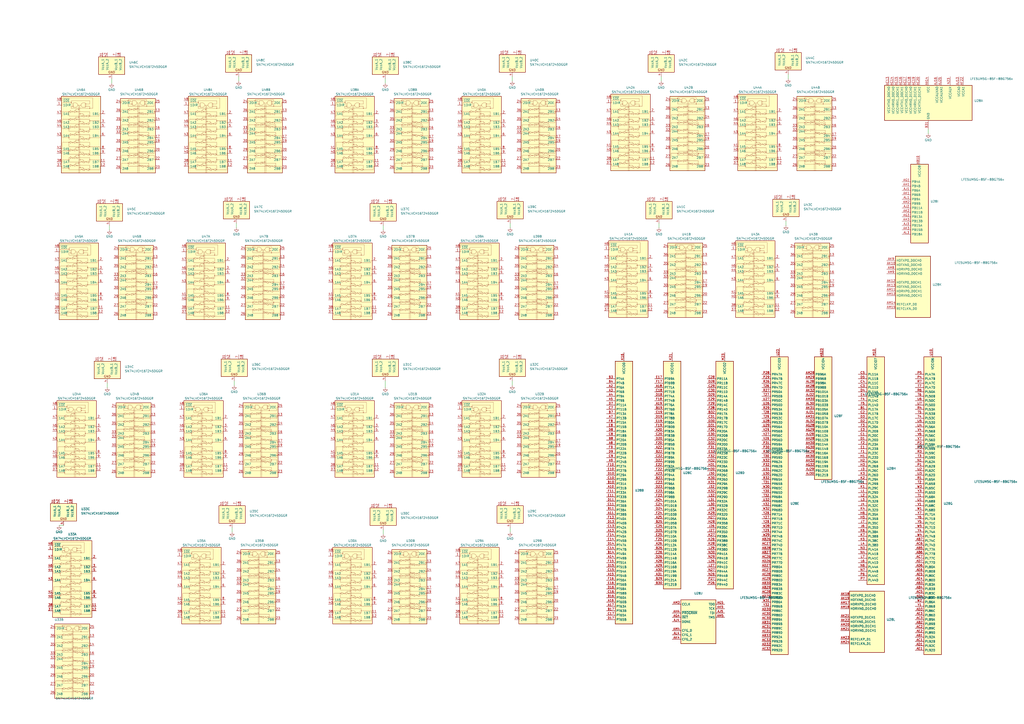
<source format=kicad_sch>
(kicad_sch (version 20230121) (generator eeschema)
  (paper "A2")
  (title_block (date "2023-11-03") (rev "A-A"))
  (lib_symbols
    (symbol "LRJ-parts:LFE5UM5G-85F-8BG756x_lrj"
      (property "Reference" "U" (at 24.13 16.51 0))
      (property "Value" "LFE5UM5G-85F-8BG756x" (at 24.13 13.97 0))
      (symbol "LFE5UM5G-85F-8BG756x_lrj_1_1"
        (pin passive line (at 0 -15.24 90) (length 5.08) hide (name "GND") (number "AA11"))
        (pin passive line (at 0 15.24 270) (length 5.08) hide (name "VCC") (number "AA12"))
        (pin passive line (at 0 15.24 270) (length 5.08) hide (name "VCC") (number "AA13"))
        (pin power_in line (at 0 15.24 270) (length 5.08) (name "VCC") (number "AA14"))
        (pin passive line (at 0 15.24 270) (length 5.08) hide (name "VCC") (number "AA15"))
        (pin passive line (at 0 15.24 270) (length 5.08) hide (name "VCC") (number "AA16"))
        (pin passive line (at 0 15.24 270) (length 5.08) hide (name "VCC") (number "AA17"))
        (pin passive line (at 0 15.24 270) (length 5.08) hide (name "VCC") (number "AA18"))
        (pin passive line (at 0 15.24 270) (length 5.08) hide (name "VCC") (number "AA19"))
        (pin passive line (at 0 15.24 270) (length 5.08) hide (name "VCC") (number "AA20"))
        (pin passive line (at 0 15.24 270) (length 5.08) hide (name "VCC") (number "AA21"))
        (pin passive line (at 0 -15.24 90) (length 5.08) hide (name "GND") (number "AA22"))
        (pin passive line (at 0 -15.24 90) (length 5.08) hide (name "GND") (number "AB11"))
        (pin passive line (at 0 -15.24 90) (length 5.08) hide (name "GND") (number "AB12"))
        (pin passive line (at 0 -15.24 90) (length 5.08) hide (name "GND") (number "AB13"))
        (pin passive line (at 0 -15.24 90) (length 5.08) hide (name "GND") (number "AB14"))
        (pin passive line (at 0 -15.24 90) (length 5.08) hide (name "GND") (number "AB15"))
        (pin passive line (at 0 -15.24 90) (length 5.08) hide (name "GND") (number "AB16"))
        (pin passive line (at 0 -15.24 90) (length 5.08) hide (name "GND") (number "AB17"))
        (pin passive line (at 0 -15.24 90) (length 5.08) hide (name "GND") (number "AB18"))
        (pin passive line (at 0 -15.24 90) (length 5.08) hide (name "GND") (number "AB19"))
        (pin passive line (at 0 -15.24 90) (length 5.08) hide (name "GND") (number "AB20"))
        (pin passive line (at 0 -15.24 90) (length 5.08) hide (name "GND") (number "AB21"))
        (pin passive line (at 0 -15.24 90) (length 5.08) hide (name "GND") (number "AB22"))
        (pin passive line (at 12.7 15.24 270) (length 5.08) hide (name "VCCAUX") (number "AC11"))
        (pin passive line (at 0 -15.24 90) (length 5.08) hide (name "GND") (number "AC12"))
        (pin power_in line (at -22.86 15.24 270) (length 5.08) (name "VCCHTX0_D0CH0") (number "AC13"))
        (pin power_in line (at -20.32 15.24 270) (length 5.08) (name "VCCHRX0_D0CH0") (number "AC14"))
        (pin power_in line (at -17.78 15.24 270) (length 5.08) (name "VCCHRX1_D0CH1") (number "AC15"))
        (pin power_in line (at -15.24 15.24 270) (length 5.08) (name "VCCHTX1_D0CH1") (number "AC16"))
        (pin power_in line (at -12.7 15.24 270) (length 5.08) (name "VCCHTX0_D1CH0") (number "AC17"))
        (pin power_in line (at -10.16 15.24 270) (length 5.08) (name "VCCHRX0_D1CH0") (number "AC18"))
        (pin power_in line (at -7.62 15.24 270) (length 5.08) (name "VCCHRX1_D1CH1") (number "AC19"))
        (pin power_in line (at -5.08 15.24 270) (length 5.08) (name "VCCHTX1_D1CH1") (number "AC20"))
        (pin passive line (at 0 -15.24 90) (length 5.08) hide (name "GND") (number "AC21"))
        (pin passive line (at 12.7 15.24 270) (length 5.08) hide (name "VCCAUX") (number "AC22"))
        (pin no_connect line (at 5.08 -10.16 90) (length 5.08) hide (name "NC") (number "AC29"))
        (pin passive line (at 0 -15.24 90) (length 5.08) hide (name "GND") (number "AD2"))
        (pin passive line (at 0 -15.24 90) (length 5.08) hide (name "GND") (number "AD28"))
        (pin passive line (at 0 -15.24 90) (length 5.08) hide (name "GND") (number "AD31"))
        (pin passive line (at 0 -15.24 90) (length 5.08) hide (name "GND") (number "AD5"))
        (pin no_connect line (at 22.86 -10.16 90) (length 5.08) hide (name "NC") (number "AE26"))
        (pin no_connect line (at 22.86 10.16 270) (length 5.08) hide (name "NC") (number "AE7"))
        (pin passive line (at 0 -15.24 90) (length 5.08) hide (name "GND") (number "AF11"))
        (pin passive line (at 0 -15.24 90) (length 5.08) hide (name "GND") (number "AF12"))
        (pin passive line (at 0 -15.24 90) (length 5.08) hide (name "GND") (number "AF14"))
        (pin passive line (at 0 -15.24 90) (length 5.08) hide (name "GND") (number "AF15"))
        (pin passive line (at 0 -15.24 90) (length 5.08) hide (name "GND") (number "AF16"))
        (pin passive line (at 0 -15.24 90) (length 5.08) hide (name "GND") (number "AF17"))
        (pin passive line (at 0 -15.24 90) (length 5.08) hide (name "GND") (number "AF19"))
        (pin passive line (at 0 -15.24 90) (length 5.08) hide (name "GND") (number "AF20"))
        (pin power_in line (at 20.32 15.24 270) (length 5.08) (name "VCCA1") (number "AF22"))
        (pin passive line (at 0 -15.24 90) (length 5.08) hide (name "GND") (number "AF23"))
        (pin passive line (at 0 -15.24 90) (length 5.08) hide (name "GND") (number "AG11"))
        (pin passive line (at 17.78 15.24 270) (length 5.08) hide (name "VCCA0") (number "AG12"))
        (pin passive line (at 0 -15.24 90) (length 5.08) hide (name "GND") (number "AG14"))
        (pin passive line (at 0 -15.24 90) (length 5.08) hide (name "GND") (number "AG15"))
        (pin passive line (at 0 -15.24 90) (length 5.08) hide (name "GND") (number "AG16"))
        (pin passive line (at 0 -15.24 90) (length 5.08) hide (name "GND") (number "AG17"))
        (pin passive line (at 20.32 15.24 270) (length 5.08) hide (name "VCCA1") (number "AG19"))
        (pin passive line (at 0 -15.24 90) (length 5.08) hide (name "GND") (number "AG20"))
        (pin passive line (at 20.32 15.24 270) (length 5.08) hide (name "VCCA1") (number "AG22"))
        (pin passive line (at 0 -15.24 90) (length 5.08) hide (name "GND") (number "AG23"))
        (pin no_connect line (at -17.78 -10.16 90) (length 5.08) hide (name "NC") (number "AG24"))
        (pin no_connect line (at 17.78 -10.16 90) (length 5.08) hide (name "NC") (number "AG31"))
        (pin passive line (at 17.78 15.24 270) (length 5.08) hide (name "VCCA0") (number "AG9"))
        (pin passive line (at 0 -15.24 90) (length 5.08) hide (name "GND") (number "AH11"))
        (pin passive line (at 17.78 15.24 270) (length 5.08) hide (name "VCCA0") (number "AH12"))
        (pin passive line (at 0 -15.24 90) (length 5.08) hide (name "GND") (number "AH14"))
        (pin passive line (at 0 -15.24 90) (length 5.08) hide (name "GND") (number "AH15"))
        (pin passive line (at 0 -15.24 90) (length 5.08) hide (name "GND") (number "AH16"))
        (pin passive line (at 0 -15.24 90) (length 5.08) hide (name "GND") (number "AH17"))
        (pin passive line (at 20.32 15.24 270) (length 5.08) hide (name "VCCA1") (number "AH19"))
        (pin passive line (at 0 -15.24 90) (length 5.08) hide (name "GND") (number "AH2"))
        (pin passive line (at 0 -15.24 90) (length 5.08) hide (name "GND") (number "AH20"))
        (pin passive line (at 20.32 15.24 270) (length 5.08) hide (name "VCCA1") (number "AH22"))
        (pin passive line (at 0 -15.24 90) (length 5.08) hide (name "GND") (number "AH23"))
        (pin passive line (at 0 -15.24 90) (length 5.08) hide (name "GND") (number "AH24"))
        (pin passive line (at 0 -15.24 90) (length 5.08) hide (name "GND") (number "AH25"))
        (pin passive line (at 0 -15.24 90) (length 5.08) hide (name "GND") (number "AH26"))
        (pin passive line (at 0 -15.24 90) (length 5.08) hide (name "GND") (number "AH29"))
        (pin passive line (at 0 -15.24 90) (length 5.08) hide (name "GND") (number "AH31"))
        (pin passive line (at 0 -15.24 90) (length 5.08) hide (name "GND") (number "AH5"))
        (pin passive line (at 0 -15.24 90) (length 5.08) hide (name "GND") (number "AH7"))
        (pin passive line (at 0 -15.24 90) (length 5.08) hide (name "GND") (number "AH8"))
        (pin passive line (at 17.78 15.24 270) (length 5.08) hide (name "VCCA0") (number "AH9"))
        (pin passive line (at 17.78 15.24 270) (length 5.08) hide (name "VCCA0") (number "AJ10"))
        (pin passive line (at 0 -15.24 90) (length 5.08) hide (name "GND") (number "AJ11"))
        (pin passive line (at 17.78 15.24 270) (length 5.08) hide (name "VCCA0") (number "AJ12"))
        (pin power_in line (at 17.78 15.24 270) (length 5.08) (name "VCCA0") (number "AJ13"))
        (pin passive line (at 0 -15.24 90) (length 5.08) hide (name "GND") (number "AJ14"))
        (pin passive line (at 5.08 15.24 270) (length 5.08) hide (name "VCCAUXA0") (number "AJ15"))
        (pin power_in line (at 5.08 15.24 270) (length 5.08) (name "VCCAUXA0") (number "AJ16"))
        (pin passive line (at 0 -15.24 90) (length 5.08) hide (name "GND") (number "AJ17"))
        (pin passive line (at 20.32 15.24 270) (length 5.08) hide (name "VCCA1") (number "AJ18"))
        (pin passive line (at 20.32 15.24 270) (length 5.08) hide (name "VCCA1") (number "AJ19"))
        (pin passive line (at 0 -15.24 90) (length 5.08) hide (name "GND") (number "AJ20"))
        (pin passive line (at 20.32 15.24 270) (length 5.08) hide (name "VCCA1") (number "AJ21"))
        (pin passive line (at 20.32 15.24 270) (length 5.08) hide (name "VCCA1") (number "AJ22"))
        (pin passive line (at 0 -15.24 90) (length 5.08) hide (name "GND") (number "AJ23"))
        (pin passive line (at 7.62 15.24 270) (length 5.08) hide (name "VCCAUXA1") (number "AJ24"))
        (pin power_in line (at 7.62 15.24 270) (length 5.08) (name "VCCAUXA1") (number "AJ25"))
        (pin passive line (at 0 -15.24 90) (length 5.08) hide (name "GND") (number "AJ26"))
        (pin passive line (at 0 -15.24 90) (length 5.08) hide (name "GND") (number "AJ7"))
        (pin passive line (at 0 -15.24 90) (length 5.08) hide (name "GND") (number "AJ8"))
        (pin passive line (at 17.78 15.24 270) (length 5.08) hide (name "VCCA0") (number "AJ9"))
        (pin passive line (at 0 -15.24 90) (length 5.08) hide (name "GND") (number "AK11"))
        (pin passive line (at 0 -15.24 90) (length 5.08) hide (name "GND") (number "AK14"))
        (pin passive line (at 0 -15.24 90) (length 5.08) hide (name "GND") (number "AK17"))
        (pin passive line (at 0 -15.24 90) (length 5.08) hide (name "GND") (number "AK20"))
        (pin passive line (at 0 -15.24 90) (length 5.08) hide (name "GND") (number "AK23"))
        (pin passive line (at 0 -15.24 90) (length 5.08) hide (name "GND") (number "AK26"))
        (pin passive line (at 0 -15.24 90) (length 5.08) hide (name "GND") (number "AK7"))
        (pin passive line (at 0 -15.24 90) (length 5.08) hide (name "GND") (number "AK8"))
        (pin passive line (at 0 -15.24 90) (length 5.08) hide (name "GND") (number "AL11"))
        (pin passive line (at 0 -15.24 90) (length 5.08) hide (name "GND") (number "AL12"))
        (pin passive line (at 0 -15.24 90) (length 5.08) hide (name "GND") (number "AL14"))
        (pin passive line (at 0 -15.24 90) (length 5.08) hide (name "GND") (number "AL15"))
        (pin passive line (at 0 -15.24 90) (length 5.08) hide (name "GND") (number "AL17"))
        (pin passive line (at 0 -15.24 90) (length 5.08) hide (name "GND") (number "AL18"))
        (pin passive line (at 0 -15.24 90) (length 5.08) hide (name "GND") (number "AL2"))
        (pin passive line (at 0 -15.24 90) (length 5.08) hide (name "GND") (number "AL20"))
        (pin passive line (at 0 -15.24 90) (length 5.08) hide (name "GND") (number "AL21"))
        (pin passive line (at 0 -15.24 90) (length 5.08) hide (name "GND") (number "AL23"))
        (pin passive line (at 0 -15.24 90) (length 5.08) hide (name "GND") (number "AL24"))
        (pin passive line (at 0 -15.24 90) (length 5.08) hide (name "GND") (number "AL26"))
        (pin passive line (at 0 -15.24 90) (length 5.08) hide (name "GND") (number "AL29"))
        (pin passive line (at 0 -15.24 90) (length 5.08) hide (name "GND") (number "AL31"))
        (pin passive line (at 0 -15.24 90) (length 5.08) hide (name "GND") (number "AL5"))
        (pin passive line (at 0 -15.24 90) (length 5.08) hide (name "GND") (number "AL7"))
        (pin passive line (at 0 -15.24 90) (length 5.08) hide (name "GND") (number "AL8"))
        (pin passive line (at 0 -15.24 90) (length 5.08) hide (name "GND") (number "AL9"))
        (pin passive line (at 0 -15.24 90) (length 5.08) hide (name "GND") (number "AM26"))
        (pin passive line (at 0 -15.24 90) (length 5.08) hide (name "GND") (number "AM7"))
        (pin passive line (at 0 -15.24 90) (length 5.08) hide (name "GND") (number "B13"))
        (pin passive line (at 0 -15.24 90) (length 5.08) hide (name "GND") (number "B15"))
        (pin passive line (at 0 -15.24 90) (length 5.08) hide (name "GND") (number "B18"))
        (pin passive line (at 0 -15.24 90) (length 5.08) hide (name "GND") (number "B2"))
        (pin passive line (at 0 -15.24 90) (length 5.08) hide (name "GND") (number "B20"))
        (pin passive line (at 0 -15.24 90) (length 5.08) hide (name "GND") (number "B24"))
        (pin passive line (at 0 -15.24 90) (length 5.08) hide (name "GND") (number "B28"))
        (pin power_in line (at 0 -15.24 90) (length 5.08) (name "GND") (number "B31"))
        (pin passive line (at 0 -15.24 90) (length 5.08) hide (name "GND") (number "B5"))
        (pin passive line (at 0 -15.24 90) (length 5.08) hide (name "GND") (number "B9"))
        (pin passive line (at 0 -15.24 90) (length 5.08) hide (name "GND") (number "E13"))
        (pin passive line (at 0 -15.24 90) (length 5.08) hide (name "GND") (number "E15"))
        (pin passive line (at 0 -15.24 90) (length 5.08) hide (name "GND") (number "E18"))
        (pin passive line (at 0 -15.24 90) (length 5.08) hide (name "GND") (number "E2"))
        (pin passive line (at 0 -15.24 90) (length 5.08) hide (name "GND") (number "E20"))
        (pin passive line (at 0 -15.24 90) (length 5.08) hide (name "GND") (number "E24"))
        (pin no_connect line (at 15.24 10.16 270) (length 5.08) hide (name "NC") (number "E26"))
        (pin passive line (at 0 -15.24 90) (length 5.08) hide (name "GND") (number "E28"))
        (pin passive line (at 0 -15.24 90) (length 5.08) hide (name "GND") (number "E31"))
        (pin passive line (at 0 -15.24 90) (length 5.08) hide (name "GND") (number "E5"))
        (pin no_connect line (at 2.54 10.16 270) (length 5.08) hide (name "NC") (number "E7"))
        (pin passive line (at 0 -15.24 90) (length 5.08) hide (name "GND") (number "E9"))
        (pin no_connect line (at 20.32 -10.16 90) (length 5.08) hide (name "NC") (number "G10"))
        (pin no_connect line (at 2.54 -10.16 90) (length 5.08) hide (name "NC") (number "G11"))
        (pin no_connect line (at -20.32 -10.16 90) (length 5.08) hide (name "NC") (number "G14"))
        (pin no_connect line (at -22.86 -10.16 90) (length 5.08) hide (name "NC") (number "G15"))
        (pin no_connect line (at -2.54 -10.16 90) (length 5.08) hide (name "NC") (number "G16"))
        (pin no_connect line (at -5.08 -10.16 90) (length 5.08) hide (name "NC") (number "G17"))
        (pin no_connect line (at -7.62 -10.16 90) (length 5.08) hide (name "NC") (number "G18"))
        (pin no_connect line (at -10.16 -10.16 90) (length 5.08) hide (name "NC") (number "G19"))
        (pin no_connect line (at -12.7 -10.16 90) (length 5.08) hide (name "NC") (number "G22"))
        (pin no_connect line (at -15.24 -10.16 90) (length 5.08) hide (name "NC") (number "G23"))
        (pin no_connect line (at 10.16 10.16 270) (length 5.08) hide (name "NC") (number "G24"))
        (pin no_connect line (at -2.54 10.16 270) (length 5.08) hide (name "NC") (number "G9"))
        (pin no_connect line (at 12.7 -10.16 90) (length 5.08) hide (name "NC") (number "H29"))
        (pin passive line (at 0 -15.24 90) (length 5.08) hide (name "GND") (number "J2"))
        (pin passive line (at 0 -15.24 90) (length 5.08) hide (name "GND") (number "J28"))
        (pin passive line (at 0 -15.24 90) (length 5.08) hide (name "GND") (number "J31"))
        (pin passive line (at 0 -15.24 90) (length 5.08) hide (name "GND") (number "J5"))
        (pin passive line (at 0 -15.24 90) (length 5.08) hide (name "GND") (number "K10"))
        (pin passive line (at 0 -15.24 90) (length 5.08) hide (name "GND") (number "K11"))
        (pin passive line (at 12.7 15.24 270) (length 5.08) hide (name "VCCAUX") (number "K13"))
        (pin passive line (at 12.7 15.24 270) (length 5.08) hide (name "VCCAUX") (number "K20"))
        (pin passive line (at 0 -15.24 90) (length 5.08) hide (name "GND") (number "K22"))
        (pin passive line (at 0 -15.24 90) (length 5.08) hide (name "GND") (number "K23"))
        (pin passive line (at 0 -15.24 90) (length 5.08) hide (name "GND") (number "L10"))
        (pin passive line (at 0 -15.24 90) (length 5.08) hide (name "GND") (number "L11"))
        (pin passive line (at 0 -15.24 90) (length 5.08) hide (name "GND") (number "L12"))
        (pin passive line (at 0 -15.24 90) (length 5.08) hide (name "GND") (number "L13"))
        (pin passive line (at 0 -15.24 90) (length 5.08) hide (name "GND") (number "L14"))
        (pin passive line (at 0 -15.24 90) (length 5.08) hide (name "GND") (number "L15"))
        (pin passive line (at 0 -15.24 90) (length 5.08) hide (name "GND") (number "L16"))
        (pin passive line (at 0 -15.24 90) (length 5.08) hide (name "GND") (number "L17"))
        (pin passive line (at 0 -15.24 90) (length 5.08) hide (name "GND") (number "L18"))
        (pin passive line (at 0 -15.24 90) (length 5.08) hide (name "GND") (number "L19"))
        (pin passive line (at 0 -15.24 90) (length 5.08) hide (name "GND") (number "L20"))
        (pin passive line (at 0 -15.24 90) (length 5.08) hide (name "GND") (number "L21"))
        (pin passive line (at 0 -15.24 90) (length 5.08) hide (name "GND") (number "L22"))
        (pin passive line (at 0 -15.24 90) (length 5.08) hide (name "GND") (number "L23"))
        (pin no_connect line (at 7.62 -10.16 90) (length 5.08) hide (name "NC") (number "L28"))
        (pin passive line (at 0 -15.24 90) (length 5.08) hide (name "GND") (number "M11"))
        (pin passive line (at 0 15.24 270) (length 5.08) hide (name "VCC") (number "M12"))
        (pin passive line (at 0 15.24 270) (length 5.08) hide (name "VCC") (number "M13"))
        (pin passive line (at 0 15.24 270) (length 5.08) hide (name "VCC") (number "M14"))
        (pin passive line (at 0 15.24 270) (length 5.08) hide (name "VCC") (number "M15"))
        (pin passive line (at 0 15.24 270) (length 5.08) hide (name "VCC") (number "M16"))
        (pin passive line (at 0 15.24 270) (length 5.08) hide (name "VCC") (number "M17"))
        (pin passive line (at 0 15.24 270) (length 5.08) hide (name "VCC") (number "M18"))
        (pin passive line (at 0 15.24 270) (length 5.08) hide (name "VCC") (number "M19"))
        (pin passive line (at 0 15.24 270) (length 5.08) hide (name "VCC") (number "M20"))
        (pin passive line (at 0 15.24 270) (length 5.08) hide (name "VCC") (number "M21"))
        (pin passive line (at 0 -15.24 90) (length 5.08) hide (name "GND") (number "M22"))
        (pin passive line (at 12.7 15.24 270) (length 5.08) hide (name "VCCAUX") (number "N10"))
        (pin passive line (at 0 -15.24 90) (length 5.08) hide (name "GND") (number "N11"))
        (pin passive line (at 0 15.24 270) (length 5.08) hide (name "VCC") (number "N12"))
        (pin passive line (at 0 -15.24 90) (length 5.08) hide (name "GND") (number "N13"))
        (pin passive line (at 0 -15.24 90) (length 5.08) hide (name "GND") (number "N14"))
        (pin passive line (at 0 -15.24 90) (length 5.08) hide (name "GND") (number "N15"))
        (pin passive line (at 0 -15.24 90) (length 5.08) hide (name "GND") (number "N16"))
        (pin passive line (at 0 -15.24 90) (length 5.08) hide (name "GND") (number "N17"))
        (pin passive line (at 0 -15.24 90) (length 5.08) hide (name "GND") (number "N18"))
        (pin passive line (at 0 -15.24 90) (length 5.08) hide (name "GND") (number "N19"))
        (pin passive line (at 0 -15.24 90) (length 5.08) hide (name "GND") (number "N2"))
        (pin passive line (at 0 -15.24 90) (length 5.08) hide (name "GND") (number "N20"))
        (pin passive line (at 0 15.24 270) (length 5.08) hide (name "VCC") (number "N21"))
        (pin passive line (at 0 -15.24 90) (length 5.08) hide (name "GND") (number "N22"))
        (pin power_in line (at 12.7 15.24 270) (length 5.08) (name "VCCAUX") (number "N23"))
        (pin passive line (at 0 -15.24 90) (length 5.08) hide (name "GND") (number "N28"))
        (pin passive line (at 0 -15.24 90) (length 5.08) hide (name "GND") (number "N31"))
        (pin passive line (at 0 -15.24 90) (length 5.08) hide (name "GND") (number "N5"))
        (pin passive line (at 0 -15.24 90) (length 5.08) hide (name "GND") (number "P11"))
        (pin passive line (at 0 15.24 270) (length 5.08) hide (name "VCC") (number "P12"))
        (pin passive line (at 0 -15.24 90) (length 5.08) hide (name "GND") (number "P13"))
        (pin passive line (at 0 -15.24 90) (length 5.08) hide (name "GND") (number "P14"))
        (pin passive line (at 0 -15.24 90) (length 5.08) hide (name "GND") (number "P15"))
        (pin passive line (at 0 -15.24 90) (length 5.08) hide (name "GND") (number "P16"))
        (pin passive line (at 0 -15.24 90) (length 5.08) hide (name "GND") (number "P17"))
        (pin passive line (at 0 -15.24 90) (length 5.08) hide (name "GND") (number "P18"))
        (pin passive line (at 0 -15.24 90) (length 5.08) hide (name "GND") (number "P19"))
        (pin passive line (at 0 -15.24 90) (length 5.08) hide (name "GND") (number "P20"))
        (pin passive line (at 0 15.24 270) (length 5.08) hide (name "VCC") (number "P21"))
        (pin passive line (at 0 -15.24 90) (length 5.08) hide (name "GND") (number "P22"))
        (pin passive line (at 0 -15.24 90) (length 5.08) hide (name "GND") (number "R11"))
        (pin passive line (at 0 15.24 270) (length 5.08) hide (name "VCC") (number "R12"))
        (pin passive line (at 0 -15.24 90) (length 5.08) hide (name "GND") (number "R13"))
        (pin passive line (at 0 -15.24 90) (length 5.08) hide (name "GND") (number "R14"))
        (pin passive line (at 0 -15.24 90) (length 5.08) hide (name "GND") (number "R15"))
        (pin passive line (at 0 -15.24 90) (length 5.08) hide (name "GND") (number "R16"))
        (pin passive line (at 0 -15.24 90) (length 5.08) hide (name "GND") (number "R17"))
        (pin passive line (at 0 -15.24 90) (length 5.08) hide (name "GND") (number "R18"))
        (pin passive line (at 0 -15.24 90) (length 5.08) hide (name "GND") (number "R19"))
        (pin passive line (at 0 -15.24 90) (length 5.08) hide (name "GND") (number "R2"))
        (pin passive line (at 0 -15.24 90) (length 5.08) hide (name "GND") (number "R20"))
        (pin passive line (at 0 15.24 270) (length 5.08) hide (name "VCC") (number "R21"))
        (pin passive line (at 0 -15.24 90) (length 5.08) hide (name "GND") (number "R22"))
        (pin passive line (at 0 -15.24 90) (length 5.08) hide (name "GND") (number "R28"))
        (pin passive line (at 0 -15.24 90) (length 5.08) hide (name "GND") (number "R31"))
        (pin passive line (at 0 -15.24 90) (length 5.08) hide (name "GND") (number "R5"))
        (pin passive line (at 0 -15.24 90) (length 5.08) hide (name "GND") (number "T11"))
        (pin passive line (at 0 15.24 270) (length 5.08) hide (name "VCC") (number "T12"))
        (pin passive line (at 0 -15.24 90) (length 5.08) hide (name "GND") (number "T13"))
        (pin passive line (at 0 -15.24 90) (length 5.08) hide (name "GND") (number "T14"))
        (pin passive line (at 0 -15.24 90) (length 5.08) hide (name "GND") (number "T15"))
        (pin passive line (at 0 -15.24 90) (length 5.08) hide (name "GND") (number "T16"))
        (pin passive line (at 0 -15.24 90) (length 5.08) hide (name "GND") (number "T17"))
        (pin passive line (at 0 -15.24 90) (length 5.08) hide (name "GND") (number "T18"))
        (pin passive line (at 0 -15.24 90) (length 5.08) hide (name "GND") (number "T19"))
        (pin passive line (at 0 -15.24 90) (length 5.08) hide (name "GND") (number "T20"))
        (pin passive line (at 0 15.24 270) (length 5.08) hide (name "VCC") (number "T21"))
        (pin passive line (at 0 -15.24 90) (length 5.08) hide (name "GND") (number "T22"))
        (pin passive line (at 0 -15.24 90) (length 5.08) hide (name "GND") (number "U11"))
        (pin passive line (at 0 15.24 270) (length 5.08) hide (name "VCC") (number "U12"))
        (pin passive line (at 0 -15.24 90) (length 5.08) hide (name "GND") (number "U13"))
        (pin passive line (at 0 -15.24 90) (length 5.08) hide (name "GND") (number "U14"))
        (pin passive line (at 0 -15.24 90) (length 5.08) hide (name "GND") (number "U15"))
        (pin passive line (at 0 -15.24 90) (length 5.08) hide (name "GND") (number "U16"))
        (pin passive line (at 0 -15.24 90) (length 5.08) hide (name "GND") (number "U17"))
        (pin passive line (at 0 -15.24 90) (length 5.08) hide (name "GND") (number "U18"))
        (pin passive line (at 0 -15.24 90) (length 5.08) hide (name "GND") (number "U19"))
        (pin passive line (at 0 -15.24 90) (length 5.08) hide (name "GND") (number "U20"))
        (pin passive line (at 0 15.24 270) (length 5.08) hide (name "VCC") (number "U21"))
        (pin passive line (at 0 -15.24 90) (length 5.08) hide (name "GND") (number "U22"))
        (pin passive line (at 0 -15.24 90) (length 5.08) hide (name "GND") (number "V11"))
        (pin passive line (at 0 15.24 270) (length 5.08) hide (name "VCC") (number "V12"))
        (pin passive line (at 0 -15.24 90) (length 5.08) hide (name "GND") (number "V13"))
        (pin passive line (at 0 -15.24 90) (length 5.08) hide (name "GND") (number "V14"))
        (pin passive line (at 0 -15.24 90) (length 5.08) hide (name "GND") (number "V15"))
        (pin passive line (at 0 -15.24 90) (length 5.08) hide (name "GND") (number "V16"))
        (pin passive line (at 0 -15.24 90) (length 5.08) hide (name "GND") (number "V17"))
        (pin passive line (at 0 -15.24 90) (length 5.08) hide (name "GND") (number "V18"))
        (pin passive line (at 0 -15.24 90) (length 5.08) hide (name "GND") (number "V19"))
        (pin passive line (at 0 -15.24 90) (length 5.08) hide (name "GND") (number "V2"))
        (pin passive line (at 0 -15.24 90) (length 5.08) hide (name "GND") (number "V20"))
        (pin passive line (at 0 15.24 270) (length 5.08) hide (name "VCC") (number "V21"))
        (pin passive line (at 0 -15.24 90) (length 5.08) hide (name "GND") (number "V22"))
        (pin passive line (at 0 -15.24 90) (length 5.08) hide (name "GND") (number "V28"))
        (pin no_connect line (at 15.24 -10.16 90) (length 5.08) hide (name "NC") (number "V30"))
        (pin passive line (at 0 -15.24 90) (length 5.08) hide (name "GND") (number "V31"))
        (pin passive line (at 0 -15.24 90) (length 5.08) hide (name "GND") (number "V5"))
        (pin passive line (at 0 -15.24 90) (length 5.08) hide (name "GND") (number "W11"))
        (pin passive line (at 0 15.24 270) (length 5.08) hide (name "VCC") (number "W12"))
        (pin passive line (at 0 -15.24 90) (length 5.08) hide (name "GND") (number "W13"))
        (pin passive line (at 0 -15.24 90) (length 5.08) hide (name "GND") (number "W14"))
        (pin passive line (at 0 -15.24 90) (length 5.08) hide (name "GND") (number "W15"))
        (pin passive line (at 0 -15.24 90) (length 5.08) hide (name "GND") (number "W16"))
        (pin passive line (at 0 -15.24 90) (length 5.08) hide (name "GND") (number "W17"))
        (pin passive line (at 0 -15.24 90) (length 5.08) hide (name "GND") (number "W18"))
        (pin passive line (at 0 -15.24 90) (length 5.08) hide (name "GND") (number "W19"))
        (pin passive line (at 0 -15.24 90) (length 5.08) hide (name "GND") (number "W20"))
        (pin passive line (at 0 15.24 270) (length 5.08) hide (name "VCC") (number "W21"))
        (pin passive line (at 0 -15.24 90) (length 5.08) hide (name "GND") (number "W22"))
        (pin no_connect line (at 10.16 -10.16 90) (length 5.08) hide (name "NC") (number "W27"))
        (pin passive line (at 12.7 15.24 270) (length 5.08) hide (name "VCCAUX") (number "Y10"))
        (pin passive line (at 0 -15.24 90) (length 5.08) hide (name "GND") (number "Y11"))
        (pin passive line (at 0 15.24 270) (length 5.08) hide (name "VCC") (number "Y12"))
        (pin passive line (at 0 -15.24 90) (length 5.08) hide (name "GND") (number "Y13"))
        (pin passive line (at 0 -15.24 90) (length 5.08) hide (name "GND") (number "Y14"))
        (pin passive line (at 0 -15.24 90) (length 5.08) hide (name "GND") (number "Y15"))
        (pin passive line (at 0 -15.24 90) (length 5.08) hide (name "GND") (number "Y16"))
        (pin passive line (at 0 -15.24 90) (length 5.08) hide (name "GND") (number "Y17"))
        (pin passive line (at 0 -15.24 90) (length 5.08) hide (name "GND") (number "Y18"))
        (pin passive line (at 0 -15.24 90) (length 5.08) hide (name "GND") (number "Y19"))
        (pin passive line (at 0 -15.24 90) (length 5.08) hide (name "GND") (number "Y2"))
        (pin passive line (at 0 -15.24 90) (length 5.08) hide (name "GND") (number "Y20"))
        (pin passive line (at 0 15.24 270) (length 5.08) hide (name "VCC") (number "Y21"))
        (pin passive line (at 0 -15.24 90) (length 5.08) hide (name "GND") (number "Y22"))
        (pin passive line (at 12.7 15.24 270) (length 5.08) hide (name "VCCAUX") (number "Y23"))
        (pin passive line (at 0 -15.24 90) (length 5.08) hide (name "GND") (number "Y31"))
      )
      (symbol "LFE5UM5G-85F-8BG756x_lrj_2_1"
        (pin bidirectional line (at -10.16 2.54 0) (length 5.08) (name "PT31B") (number "A10"))
        (pin bidirectional line (at -10.16 -12.7 0) (length 5.08) (name "PT38B") (number "A11"))
        (pin bidirectional line (at -10.16 -22.86 0) (length 5.08) (name "PT42B") (number "A13"))
        (pin bidirectional line (at -10.16 -38.1 0) (length 5.08) (name "PT49B") (number "A14"))
        (pin bidirectional line (at -10.16 -48.26 0) (length 5.08) (name "PT54B") (number "A15"))
        (pin bidirectional line (at -10.16 -63.5 0) (length 5.08) (name "PT60B") (number "A16"))
        (pin bidirectional line (at -10.16 -66.04 0) (length 5.08) (name "PT63A") (number "A17"))
        (pin bidirectional line (at -10.16 60.96 0) (length 5.08) (name "PT6A") (number "A2"))
        (pin bidirectional line (at -10.16 58.42 0) (length 5.08) (name "PT6B") (number "A3"))
        (pin bidirectional line (at -10.16 55.88 0) (length 5.08) (name "PT9A") (number "A4"))
        (pin bidirectional line (at -10.16 53.34 0) (length 5.08) (name "PT9B") (number "A5"))
        (pin bidirectional line (at -10.16 43.18 0) (length 5.08) (name "PT13B") (number "A7"))
        (pin bidirectional line (at -10.16 27.94 0) (length 5.08) (name "PT20B") (number "A8"))
        (pin bidirectional line (at -10.16 17.78 0) (length 5.08) (name "PT24B") (number "A9"))
        (pin bidirectional line (at -10.16 5.08 0) (length 5.08) (name "PT31A") (number "B10"))
        (pin bidirectional line (at -10.16 -10.16 0) (length 5.08) (name "PT38A") (number "B11"))
        (pin bidirectional line (at -10.16 -35.56 0) (length 5.08) (name "PT49A") (number "B14"))
        (pin bidirectional line (at -10.16 -60.96 0) (length 5.08) (name "PT60A") (number "B16"))
        (pin bidirectional line (at -10.16 -68.58 0) (length 5.08) (name "PT63B") (number "B17"))
        (pin bidirectional line (at -10.16 66.04 0) (length 5.08) (name "PT4A") (number "B3"))
        (pin bidirectional line (at -10.16 63.5 0) (length 5.08) (name "PT4B") (number "B4"))
        (pin bidirectional line (at -10.16 45.72 0) (length 5.08) (name "PT13A") (number "B7"))
        (pin bidirectional line (at -10.16 30.48 0) (length 5.08) (name "PT20A") (number "B8"))
        (pin bidirectional line (at -10.16 7.62 0) (length 5.08) (name "PT29B") (number "C10"))
        (pin bidirectional line (at -10.16 -7.62 0) (length 5.08) (name "PT36B") (number "C11"))
        (pin bidirectional line (at -10.16 -20.32 0) (length 5.08) (name "PT42A") (number "C13"))
        (pin bidirectional line (at -10.16 -33.02 0) (length 5.08) (name "PT47B") (number "C14"))
        (pin bidirectional line (at -10.16 -45.72 0) (length 5.08) (name "PT54A") (number "C15"))
        (pin bidirectional line (at -10.16 -58.42 0) (length 5.08) (name "PT58B") (number "C16"))
        (pin bidirectional line (at -10.16 -71.12 0) (length 5.08) (name "PT65A") (number "C17"))
        (pin bidirectional line (at -10.16 48.26 0) (length 5.08) (name "PT11B") (number "C7"))
        (pin bidirectional line (at -10.16 33.02 0) (length 5.08) (name "PT18B") (number "C8"))
        (pin bidirectional line (at -10.16 20.32 0) (length 5.08) (name "PT24A") (number "C9"))
        (pin bidirectional line (at -10.16 10.16 0) (length 5.08) (name "PT29A") (number "D10"))
        (pin bidirectional line (at -10.16 -5.08 0) (length 5.08) (name "PT36A") (number "D11"))
        (pin bidirectional line (at -10.16 -17.78 0) (length 5.08) (name "PT40B") (number "D13"))
        (pin bidirectional line (at -10.16 -30.48 0) (length 5.08) (name "PT47A") (number "D14"))
        (pin bidirectional line (at -10.16 -43.18 0) (length 5.08) (name "PT51B") (number "D15"))
        (pin bidirectional line (at -10.16 -55.88 0) (length 5.08) (name "PT58A") (number "D16"))
        (pin bidirectional line (at -10.16 -73.66 0) (length 5.08) (name "PT65B") (number "D17"))
        (pin bidirectional line (at -10.16 50.8 0) (length 5.08) (name "PT11A") (number "D7"))
        (pin bidirectional line (at -10.16 35.56 0) (length 5.08) (name "PT18A") (number "D8"))
        (pin bidirectional line (at -10.16 22.86 0) (length 5.08) (name "PT22B") (number "D9"))
        (pin bidirectional line (at -10.16 12.7 0) (length 5.08) (name "PT27B") (number "E10"))
        (pin bidirectional line (at -10.16 -2.54 0) (length 5.08) (name "PT33B") (number "E11"))
        (pin bidirectional line (at -10.16 -27.94 0) (length 5.08) (name "PT45B") (number "E14"))
        (pin bidirectional line (at -10.16 -53.34 0) (length 5.08) (name "PT56B") (number "E16"))
        (pin bidirectional line (at -10.16 38.1 0) (length 5.08) (name "PT15B") (number "E8"))
        (pin bidirectional line (at -10.16 15.24 0) (length 5.08) (name "PT27A") (number "F10"))
        (pin bidirectional line (at -10.16 0 0) (length 5.08) (name "PT33A") (number "F11"))
        (pin bidirectional line (at -10.16 -15.24 0) (length 5.08) (name "PT40A") (number "F13"))
        (pin bidirectional line (at -10.16 -25.4 0) (length 5.08) (name "PT45A") (number "F14"))
        (pin bidirectional line (at -10.16 -40.64 0) (length 5.08) (name "PT51A") (number "F15"))
        (pin bidirectional line (at -10.16 -50.8 0) (length 5.08) (name "PT56A") (number "F16"))
        (pin bidirectional line (at -10.16 40.64 0) (length 5.08) (name "PT15A") (number "F8"))
        (pin bidirectional line (at -10.16 25.4 0) (length 5.08) (name "PT22A") (number "F9"))
        (pin passive line (at 0 81.28 270) (length 5.08) hide (name "VCCIO0") (number "K12"))
        (pin passive line (at 0 81.28 270) (length 5.08) hide (name "VCCIO0") (number "K14"))
        (pin passive line (at 0 81.28 270) (length 5.08) hide (name "VCCIO0") (number "K15"))
        (pin power_in line (at 0 81.28 270) (length 5.08) (name "VCCIO0") (number "K16"))
        (pin no_connect line (at 2.54 76.2 270) (length 5.08) hide (name "NC") (number "W6"))
      )
      (symbol "LFE5UM5G-85F-8BG756x_lrj_3_1"
        (pin bidirectional line (at -10.16 50.8 0) (length 5.08) (name "PT71A") (number "A18"))
        (pin bidirectional line (at -10.16 40.64 0) (length 5.08) (name "PT76A") (number "A19"))
        (pin bidirectional line (at -10.16 25.4 0) (length 5.08) (name "PT83A") (number "A20"))
        (pin bidirectional line (at -10.16 15.24 0) (length 5.08) (name "PT87A") (number "A22"))
        (pin bidirectional line (at -10.16 0 0) (length 5.08) (name "PT94A") (number "A23"))
        (pin bidirectional line (at -10.16 -15.24 0) (length 5.08) (name "PT101A") (number "A24"))
        (pin bidirectional line (at -10.16 -25.4 0) (length 5.08) (name "PT105A") (number "A25"))
        (pin bidirectional line (at -10.16 -40.64 0) (length 5.08) (name "PT112A") (number "A26"))
        (pin bidirectional line (at -10.16 -50.8 0) (length 5.08) (name "PT116A") (number "A28"))
        (pin bidirectional line (at -10.16 -53.34 0) (length 5.08) (name "PT116B") (number "A29"))
        (pin bidirectional line (at -10.16 -55.88 0) (length 5.08) (name "PT119A") (number "A30"))
        (pin bidirectional line (at -10.16 -58.42 0) (length 5.08) (name "PT119B") (number "A31"))
        (pin bidirectional line (at -10.16 38.1 0) (length 5.08) (name "PT76B") (number "B19"))
        (pin bidirectional line (at -10.16 12.7 0) (length 5.08) (name "PT87B") (number "B22"))
        (pin bidirectional line (at -10.16 -2.54 0) (length 5.08) (name "PT94B") (number "B23"))
        (pin bidirectional line (at -10.16 -27.94 0) (length 5.08) (name "PT105B") (number "B25"))
        (pin bidirectional line (at -10.16 -43.18 0) (length 5.08) (name "PT112B") (number "B26"))
        (pin bidirectional line (at -10.16 -60.96 0) (length 5.08) (name "PT121A") (number "B29"))
        (pin bidirectional line (at -10.16 -63.5 0) (length 5.08) (name "PT121B") (number "B30"))
        (pin bidirectional line (at -10.16 48.26 0) (length 5.08) (name "PT71B") (number "C18"))
        (pin bidirectional line (at -10.16 35.56 0) (length 5.08) (name "PT78A") (number "C19"))
        (pin bidirectional line (at -10.16 22.86 0) (length 5.08) (name "PT83B") (number "C20"))
        (pin bidirectional line (at -10.16 10.16 0) (length 5.08) (name "PT89A") (number "C22"))
        (pin bidirectional line (at -10.16 -5.08 0) (length 5.08) (name "PT96A") (number "C23"))
        (pin bidirectional line (at -10.16 -17.78 0) (length 5.08) (name "PT101B") (number "C24"))
        (pin bidirectional line (at -10.16 -30.48 0) (length 5.08) (name "PT107A") (number "C25"))
        (pin bidirectional line (at -10.16 -45.72 0) (length 5.08) (name "PT114A") (number "C26"))
        (pin bidirectional line (at -10.16 45.72 0) (length 5.08) (name "PT74A") (number "D18"))
        (pin bidirectional line (at -10.16 33.02 0) (length 5.08) (name "PT78B") (number "D19"))
        (pin bidirectional line (at -10.16 20.32 0) (length 5.08) (name "PT85A") (number "D20"))
        (pin bidirectional line (at -10.16 7.62 0) (length 5.08) (name "PT89B") (number "D22"))
        (pin bidirectional line (at -10.16 -7.62 0) (length 5.08) (name "PT96B") (number "D23"))
        (pin bidirectional line (at -10.16 -20.32 0) (length 5.08) (name "PT103A") (number "D24"))
        (pin bidirectional line (at -10.16 -33.02 0) (length 5.08) (name "PT107B") (number "D25"))
        (pin bidirectional line (at -10.16 -48.26 0) (length 5.08) (name "PT114B") (number "D26"))
        (pin bidirectional line (at -10.16 55.88 0) (length 5.08) (name "PT69A") (number "E17"))
        (pin bidirectional line (at -10.16 30.48 0) (length 5.08) (name "PT80A") (number "E19"))
        (pin bidirectional line (at -10.16 5.08 0) (length 5.08) (name "PT92A") (number "E22"))
        (pin bidirectional line (at -10.16 -10.16 0) (length 5.08) (name "PT98A") (number "E23"))
        (pin bidirectional line (at -10.16 -35.56 0) (length 5.08) (name "PT110A") (number "E25"))
        (pin bidirectional line (at -10.16 53.34 0) (length 5.08) (name "PT69B") (number "F17"))
        (pin bidirectional line (at -10.16 43.18 0) (length 5.08) (name "PT74B") (number "F18"))
        (pin bidirectional line (at -10.16 27.94 0) (length 5.08) (name "PT80B") (number "F19"))
        (pin bidirectional line (at -10.16 17.78 0) (length 5.08) (name "PT85B") (number "F20"))
        (pin bidirectional line (at -10.16 2.54 0) (length 5.08) (name "PT92B") (number "F22"))
        (pin bidirectional line (at -10.16 -12.7 0) (length 5.08) (name "PT98B") (number "F23"))
        (pin bidirectional line (at -10.16 -22.86 0) (length 5.08) (name "PT103B") (number "F24"))
        (pin bidirectional line (at -10.16 -38.1 0) (length 5.08) (name "PT110B") (number "F25"))
        (pin passive line (at 0 71.12 270) (length 5.08) hide (name "VCCIO1") (number "K17"))
        (pin passive line (at 0 71.12 270) (length 5.08) hide (name "VCCIO1") (number "K18"))
        (pin passive line (at 0 71.12 270) (length 5.08) hide (name "VCCIO1") (number "K19"))
        (pin power_in line (at 0 71.12 270) (length 5.08) (name "VCCIO1") (number "K21"))
        (pin no_connect line (at 2.54 66.04 270) (length 5.08) hide (name "NC") (number "L5"))
      )
      (symbol "LFE5UM5G-85F-8BG756x_lrj_4_1"
        (pin bidirectional line (at -10.16 35.56 0) (length 5.08) (name "PR17A") (number "B32"))
        (pin bidirectional line (at -10.16 55.88 0) (length 5.08) (name "PR11A") (number "C28"))
        (pin bidirectional line (at -10.16 50.8 0) (length 5.08) (name "PR11C") (number "C29"))
        (pin bidirectional line (at -10.16 48.26 0) (length 5.08) (name "PR11D") (number "C30"))
        (pin bidirectional line (at -10.16 33.02 0) (length 5.08) (name "PR17B") (number "C31"))
        (pin bidirectional line (at -10.16 20.32 0) (length 5.08) (name "PR20C") (number "C32"))
        (pin bidirectional line (at -10.16 53.34 0) (length 5.08) (name "PR11B") (number "D28"))
        (pin bidirectional line (at -10.16 45.72 0) (length 5.08) (name "PR14A") (number "D29"))
        (pin bidirectional line (at -10.16 30.48 0) (length 5.08) (name "PR17C") (number "D30"))
        (pin bidirectional line (at -10.16 27.94 0) (length 5.08) (name "PR17D") (number "D31"))
        (pin bidirectional line (at -10.16 17.78 0) (length 5.08) (name "PR20D") (number "D32"))
        (pin bidirectional line (at -10.16 43.18 0) (length 5.08) (name "PR14B") (number "E29"))
        (pin bidirectional line (at -10.16 22.86 0) (length 5.08) (name "PR20B") (number "E30"))
        (pin bidirectional line (at -10.16 12.7 0) (length 5.08) (name "PR23B") (number "E32"))
        (pin bidirectional line (at -10.16 38.1 0) (length 5.08) (name "PR14D") (number "F28"))
        (pin bidirectional line (at -10.16 40.64 0) (length 5.08) (name "PR14C") (number "F29"))
        (pin bidirectional line (at -10.16 25.4 0) (length 5.08) (name "PR20A") (number "F30"))
        (pin bidirectional line (at -10.16 15.24 0) (length 5.08) (name "PR23A") (number "F31"))
        (pin bidirectional line (at -10.16 10.16 0) (length 5.08) (name "PR23C") (number "F32"))
        (pin bidirectional line (at -10.16 -25.4 0) (length 5.08) (name "PR35A") (number "H27"))
        (pin bidirectional line (at -10.16 -27.94 0) (length 5.08) (name "PR35B") (number "H28"))
        (pin bidirectional line (at -10.16 2.54 0) (length 5.08) (name "PR26B") (number "H30"))
        (pin bidirectional line (at -10.16 5.08 0) (length 5.08) (name "PR26A") (number "H31"))
        (pin bidirectional line (at -10.16 7.62 0) (length 5.08) (name "PR23D") (number "H32"))
        (pin no_connect line (at 2.54 66.04 270) (length 5.08) hide (name "NC") (number "H4"))
        (pin bidirectional line (at -10.16 -30.48 0) (length 5.08) (name "PR35C") (number "J26"))
        (pin bidirectional line (at -10.16 -33.02 0) (length 5.08) (name "PR35D") (number "J27"))
        (pin bidirectional line (at -10.16 -20.32 0) (length 5.08) (name "PR32C") (number "J29"))
        (pin bidirectional line (at -10.16 0 0) (length 5.08) (name "PR26C") (number "J30"))
        (pin bidirectional line (at -10.16 -7.62 0) (length 5.08) (name "PR29B") (number "J32"))
        (pin bidirectional line (at -10.16 -38.1 0) (length 5.08) (name "PR38B") (number "K26"))
        (pin bidirectional line (at -10.16 -35.56 0) (length 5.08) (name "PR38A") (number "K27"))
        (pin bidirectional line (at -10.16 -40.64 0) (length 5.08) (name "PR38C") (number "K28"))
        (pin bidirectional line (at -10.16 -22.86 0) (length 5.08) (name "PR32D") (number "K29"))
        (pin bidirectional line (at -10.16 -2.54 0) (length 5.08) (name "PR26D") (number "K30"))
        (pin bidirectional line (at -10.16 -5.08 0) (length 5.08) (name "PR29A") (number "K31"))
        (pin bidirectional line (at -10.16 -10.16 0) (length 5.08) (name "PR29C") (number "K32"))
        (pin bidirectional line (at -10.16 -50.8 0) (length 5.08) (name "PR41C") (number "L26"))
        (pin bidirectional line (at -10.16 -53.34 0) (length 5.08) (name "PR41D") (number "L27"))
        (pin bidirectional line (at -10.16 -43.18 0) (length 5.08) (name "PR38D") (number "L29"))
        (pin bidirectional line (at -10.16 -17.78 0) (length 5.08) (name "PR32B") (number "L30"))
        (pin bidirectional line (at -10.16 -15.24 0) (length 5.08) (name "PR32A") (number "L31"))
        (pin bidirectional line (at -10.16 -12.7 0) (length 5.08) (name "PR29D") (number "L32"))
        (pin power_in line (at 0 71.12 270) (length 5.08) (name "VCCIO2") (number "M23"))
        (pin bidirectional line (at -10.16 -58.42 0) (length 5.08) (name "PR44B") (number "N26"))
        (pin bidirectional line (at -10.16 -55.88 0) (length 5.08) (name "PR44A") (number "N27"))
        (pin bidirectional line (at -10.16 -48.26 0) (length 5.08) (name "PR41B") (number "N29"))
        (pin bidirectional line (at -10.16 -45.72 0) (length 5.08) (name "PR41A") (number "N30"))
        (pin passive line (at 0 71.12 270) (length 5.08) hide (name "VCCIO2") (number "P23"))
        (pin bidirectional line (at -10.16 -63.5 0) (length 5.08) (name "PR44D") (number "P26"))
        (pin bidirectional line (at -10.16 -60.96 0) (length 5.08) (name "PR44C") (number "P27"))
        (pin passive line (at 0 71.12 270) (length 5.08) hide (name "VCCIO2") (number "R23"))
        (pin passive line (at 0 71.12 270) (length 5.08) hide (name "VCCIO2") (number "T23"))
      )
      (symbol "LFE5UM5G-85F-8BG756x_lrj_5_1"
        (pin passive line (at 0 91.44 270) (length 5.08) hide (name "VCCIO3") (number "AA23"))
        (pin bidirectional line (at -10.16 -20.32 0) (length 5.08) (name "PR74C") (number "AB26"))
        (pin bidirectional line (at -10.16 -27.94 0) (length 5.08) (name "PR77B") (number "AB27"))
        (pin bidirectional line (at -10.16 -25.4 0) (length 5.08) (name "PR77A") (number "AB28"))
        (pin bidirectional line (at -10.16 -48.26 0) (length 5.08) (name "PR83B") (number "AB29"))
        (pin bidirectional line (at -10.16 -45.72 0) (length 5.08) (name "PR83A") (number "AB30"))
        (pin bidirectional line (at -10.16 -68.58 0) (length 5.08) (name "PR89B") (number "AB31"))
        (pin bidirectional line (at -10.16 -76.2 0) (length 5.08) (name "PR92A") (number "AB32"))
        (pin bidirectional line (at -10.16 -30.48 0) (length 5.08) (name "PR77C") (number "AC26"))
        (pin bidirectional line (at -10.16 -22.86 0) (length 5.08) (name "PR74D") (number "AC27"))
        (pin bidirectional line (at -10.16 -50.8 0) (length 5.08) (name "PR83C") (number "AC28"))
        (pin bidirectional line (at -10.16 -66.04 0) (length 5.08) (name "PR89A") (number "AC30"))
        (pin bidirectional line (at -10.16 -71.12 0) (length 5.08) (name "PR89C") (number "AC31"))
        (pin bidirectional line (at -10.16 -78.74 0) (length 5.08) (name "PR92B") (number "AC32"))
        (pin no_connect line (at 2.54 86.36 270) (length 5.08) hide (name "NC") (number "AC4"))
        (pin bidirectional line (at -10.16 -33.02 0) (length 5.08) (name "PR77D") (number "AD26"))
        (pin bidirectional line (at -10.16 -35.56 0) (length 5.08) (name "PR80A") (number "AD27"))
        (pin bidirectional line (at -10.16 -53.34 0) (length 5.08) (name "PR83D") (number "AD29"))
        (pin bidirectional line (at -10.16 -60.96 0) (length 5.08) (name "PR86C") (number "AD30"))
        (pin bidirectional line (at -10.16 -81.28 0) (length 5.08) (name "PR92C") (number "AD32"))
        (pin bidirectional line (at -10.16 -38.1 0) (length 5.08) (name "PR80B") (number "AE27"))
        (pin bidirectional line (at -10.16 -40.64 0) (length 5.08) (name "PR80C") (number "AE28"))
        (pin bidirectional line (at -10.16 -43.18 0) (length 5.08) (name "PR80D") (number "AE29"))
        (pin bidirectional line (at -10.16 -63.5 0) (length 5.08) (name "PR86D") (number "AE30"))
        (pin bidirectional line (at -10.16 -73.66 0) (length 5.08) (name "PR89D") (number "AE31"))
        (pin bidirectional line (at -10.16 -83.82 0) (length 5.08) (name "PR92D") (number "AE32"))
        (pin bidirectional line (at -10.16 25.4 0) (length 5.08) (name "PR62A") (number "N32"))
        (pin bidirectional line (at -10.16 76.2 0) (length 5.08) (name "PR47A") (number "P28"))
        (pin bidirectional line (at -10.16 73.66 0) (length 5.08) (name "PR47B") (number "P29"))
        (pin bidirectional line (at -10.16 33.02 0) (length 5.08) (name "PR59B") (number "P30"))
        (pin bidirectional line (at -10.16 35.56 0) (length 5.08) (name "PR59A") (number "P31"))
        (pin bidirectional line (at -10.16 22.86 0) (length 5.08) (name "PR62B") (number "P32"))
        (pin bidirectional line (at -10.16 71.12 0) (length 5.08) (name "PR47C") (number "R26"))
        (pin bidirectional line (at -10.16 66.04 0) (length 5.08) (name "PR50A") (number "R27"))
        (pin bidirectional line (at -10.16 55.88 0) (length 5.08) (name "PR53A") (number "R29"))
        (pin bidirectional line (at -10.16 30.48 0) (length 5.08) (name "PR59C") (number "R30"))
        (pin bidirectional line (at -10.16 15.24 0) (length 5.08) (name "PR65A") (number "R32"))
        (pin bidirectional line (at -10.16 68.58 0) (length 5.08) (name "PR47D") (number "T26"))
        (pin bidirectional line (at -10.16 63.5 0) (length 5.08) (name "PR50B") (number "T27"))
        (pin bidirectional line (at -10.16 53.34 0) (length 5.08) (name "PR53B") (number "T28"))
        (pin bidirectional line (at -10.16 50.8 0) (length 5.08) (name "PR53C") (number "T29"))
        (pin bidirectional line (at -10.16 27.94 0) (length 5.08) (name "PR59D") (number "T30"))
        (pin bidirectional line (at -10.16 12.7 0) (length 5.08) (name "PR65B") (number "T31"))
        (pin bidirectional line (at -10.16 5.08 0) (length 5.08) (name "PR68A") (number "T32"))
        (pin power_in line (at 0 91.44 270) (length 5.08) (name "VCCIO3") (number "U23"))
        (pin bidirectional line (at -10.16 58.42 0) (length 5.08) (name "PR50D") (number "U26"))
        (pin bidirectional line (at -10.16 60.96 0) (length 5.08) (name "PR50C") (number "U27"))
        (pin bidirectional line (at -10.16 48.26 0) (length 5.08) (name "PR53D") (number "U28"))
        (pin bidirectional line (at -10.16 45.72 0) (length 5.08) (name "PR56A") (number "U29"))
        (pin bidirectional line (at -10.16 17.78 0) (length 5.08) (name "PR62D") (number "U30"))
        (pin bidirectional line (at -10.16 20.32 0) (length 5.08) (name "PR62C") (number "U31"))
        (pin bidirectional line (at -10.16 2.54 0) (length 5.08) (name "PR68B") (number "U32"))
        (pin passive line (at 0 91.44 270) (length 5.08) hide (name "VCCIO3") (number "V23"))
        (pin bidirectional line (at -10.16 38.1 0) (length 5.08) (name "PR56D") (number "V26"))
        (pin bidirectional line (at -10.16 40.64 0) (length 5.08) (name "PR56C") (number "V27"))
        (pin bidirectional line (at -10.16 43.18 0) (length 5.08) (name "PR56B") (number "V29"))
        (pin bidirectional line (at -10.16 0 0) (length 5.08) (name "PR68C") (number "V32"))
        (pin passive line (at 0 91.44 270) (length 5.08) hide (name "VCCIO3") (number "W23"))
        (pin bidirectional line (at -10.16 -12.7 0) (length 5.08) (name "PR71D") (number "W28"))
        (pin bidirectional line (at -10.16 -17.78 0) (length 5.08) (name "PR74B") (number "W29"))
        (pin bidirectional line (at -10.16 10.16 0) (length 5.08) (name "PR65C") (number "W30"))
        (pin bidirectional line (at -10.16 -55.88 0) (length 5.08) (name "PR86A") (number "W31"))
        (pin bidirectional line (at -10.16 -2.54 0) (length 5.08) (name "PR68D") (number "W32"))
        (pin bidirectional line (at -10.16 -5.08 0) (length 5.08) (name "PR71A") (number "Y26"))
        (pin bidirectional line (at -10.16 -7.62 0) (length 5.08) (name "PR71B") (number "Y27"))
        (pin bidirectional line (at -10.16 -10.16 0) (length 5.08) (name "PR71C") (number "Y28"))
        (pin bidirectional line (at -10.16 -15.24 0) (length 5.08) (name "PR74A") (number "Y29"))
        (pin bidirectional line (at -10.16 7.62 0) (length 5.08) (name "PR65D") (number "Y30"))
        (pin bidirectional line (at -10.16 -58.42 0) (length 5.08) (name "PR86B") (number "Y32"))
      )
      (symbol "LFE5UM5G-85F-8BG756x_lrj_6_1"
        (pin power_in line (at 0 40.64 270) (length 5.08) (name "VCCIO4") (number "AB23"))
        (pin passive line (at 0 40.64 270) (length 5.08) hide (name "VCCIO4") (number "AC23"))
        (pin bidirectional line (at -10.16 -5.08 0) (length 5.08) (name "PB110A") (number "AG28"))
        (pin bidirectional line (at -10.16 -7.62 0) (length 5.08) (name "PB110B") (number "AG29"))
        (pin bidirectional line (at -10.16 -17.78 0) (length 5.08) (name "PB114B") (number "AG30"))
        (pin bidirectional line (at -10.16 -27.94 0) (length 5.08) (name "PB119B") (number "AG32"))
        (pin bidirectional line (at -10.16 -12.7 0) (length 5.08) (name "PB112B") (number "AH28"))
        (pin bidirectional line (at -10.16 -15.24 0) (length 5.08) (name "PB114A") (number "AH30"))
        (pin bidirectional line (at -10.16 -25.4 0) (length 5.08) (name "PB119A") (number "AH32"))
        (pin bidirectional line (at -10.16 -10.16 0) (length 5.08) (name "PB112A") (number "AJ28"))
        (pin bidirectional line (at -10.16 -30.48 0) (length 5.08) (name "PB121A") (number "AJ29"))
        (pin bidirectional line (at -10.16 -33.02 0) (length 5.08) (name "PB121B") (number "AJ30"))
        (pin bidirectional line (at -10.16 2.54 0) (length 5.08) (name "PB105B") (number "AJ31"))
        (pin bidirectional line (at -10.16 12.7 0) (length 5.08) (name "PB101B") (number "AJ32"))
        (pin bidirectional line (at -10.16 17.78 0) (length 5.08) (name "PB98B") (number "AK28"))
        (pin bidirectional line (at -10.16 -20.32 0) (length 5.08) (name "PB116A") (number "AK29"))
        (pin bidirectional line (at -10.16 -22.86 0) (length 5.08) (name "PB116B") (number "AK30"))
        (pin bidirectional line (at -10.16 5.08 0) (length 5.08) (name "PB105A") (number "AK31"))
        (pin bidirectional line (at -10.16 15.24 0) (length 5.08) (name "PB101A") (number "AK32"))
        (pin bidirectional line (at -10.16 20.32 0) (length 5.08) (name "PB98A") (number "AL28"))
        (pin bidirectional line (at -10.16 7.62 0) (length 5.08) (name "PB103B") (number "AL30"))
        (pin bidirectional line (at -10.16 -2.54 0) (length 5.08) (name "PB107B") (number "AL32"))
        (pin bidirectional line (at -10.16 25.4 0) (length 5.08) (name "PB96A") (number "AM28"))
        (pin bidirectional line (at -10.16 22.86 0) (length 5.08) (name "PB96B") (number "AM29"))
        (pin bidirectional line (at -10.16 10.16 0) (length 5.08) (name "PB103A") (number "AM30"))
        (pin bidirectional line (at -10.16 0 0) (length 5.08) (name "PB107A") (number "AM31"))
        (pin no_connect line (at 2.54 35.56 270) (length 5.08) hide (name "NC") (number "V3"))
      )
      (symbol "LFE5UM5G-85F-8BG756x_lrj_7_1"
        (pin passive line (at 0 91.44 270) (length 5.08) hide (name "VCCIO6") (number "AA10"))
        (pin bidirectional line (at -10.16 -76.2 0) (length 5.08) (name "PL92A") (number "AB1"))
        (pin bidirectional line (at -10.16 -68.58 0) (length 5.08) (name "PL89B") (number "AB2"))
        (pin bidirectional line (at -10.16 -45.72 0) (length 5.08) (name "PL83A") (number "AB3"))
        (pin bidirectional line (at -10.16 -48.26 0) (length 5.08) (name "PL83B") (number "AB4"))
        (pin bidirectional line (at -10.16 -25.4 0) (length 5.08) (name "PL77A") (number "AB5"))
        (pin bidirectional line (at -10.16 -27.94 0) (length 5.08) (name "PL77B") (number "AB6"))
        (pin bidirectional line (at -10.16 -20.32 0) (length 5.08) (name "PL74C") (number "AB7"))
        (pin bidirectional line (at -10.16 -78.74 0) (length 5.08) (name "PL92B") (number "AC1"))
        (pin bidirectional line (at -10.16 -71.12 0) (length 5.08) (name "PL89C") (number "AC2"))
        (pin bidirectional line (at -10.16 -66.04 0) (length 5.08) (name "PL89A") (number "AC3"))
        (pin bidirectional line (at -10.16 -50.8 0) (length 5.08) (name "PL83C") (number "AC5"))
        (pin bidirectional line (at -10.16 -22.86 0) (length 5.08) (name "PL74D") (number "AC6"))
        (pin bidirectional line (at -10.16 -30.48 0) (length 5.08) (name "PL77C") (number "AC7"))
        (pin bidirectional line (at -10.16 -81.28 0) (length 5.08) (name "PL92C") (number "AD1"))
        (pin bidirectional line (at -10.16 -60.96 0) (length 5.08) (name "PL86C") (number "AD3"))
        (pin bidirectional line (at -10.16 -53.34 0) (length 5.08) (name "PL83D") (number "AD4"))
        (pin bidirectional line (at -10.16 -35.56 0) (length 5.08) (name "PL80A") (number "AD6"))
        (pin bidirectional line (at -10.16 -33.02 0) (length 5.08) (name "PL77D") (number "AD7"))
        (pin bidirectional line (at -10.16 -83.82 0) (length 5.08) (name "PL92D") (number "AE1"))
        (pin bidirectional line (at -10.16 -73.66 0) (length 5.08) (name "PL89D") (number "AE2"))
        (pin bidirectional line (at -10.16 -63.5 0) (length 5.08) (name "PL86D") (number "AE3"))
        (pin bidirectional line (at -10.16 -43.18 0) (length 5.08) (name "PL80D") (number "AE4"))
        (pin bidirectional line (at -10.16 -40.64 0) (length 5.08) (name "PL80C") (number "AE5"))
        (pin bidirectional line (at -10.16 -38.1 0) (length 5.08) (name "PL80B") (number "AE6"))
        (pin no_connect line (at 2.54 86.36 270) (length 5.08) hide (name "NC") (number "AG2"))
        (pin bidirectional line (at -10.16 25.4 0) (length 5.08) (name "PL62A") (number "N1"))
        (pin bidirectional line (at -10.16 22.86 0) (length 5.08) (name "PL62B") (number "P1"))
        (pin bidirectional line (at -10.16 35.56 0) (length 5.08) (name "PL59A") (number "P2"))
        (pin bidirectional line (at -10.16 33.02 0) (length 5.08) (name "PL59B") (number "P3"))
        (pin bidirectional line (at -10.16 73.66 0) (length 5.08) (name "PL47B") (number "P4"))
        (pin bidirectional line (at -10.16 76.2 0) (length 5.08) (name "PL47A") (number "P5"))
        (pin bidirectional line (at -10.16 15.24 0) (length 5.08) (name "PL65A") (number "R1"))
        (pin bidirectional line (at -10.16 30.48 0) (length 5.08) (name "PL59C") (number "R3"))
        (pin bidirectional line (at -10.16 55.88 0) (length 5.08) (name "PL53A") (number "R4"))
        (pin bidirectional line (at -10.16 66.04 0) (length 5.08) (name "PL50A") (number "R6"))
        (pin bidirectional line (at -10.16 71.12 0) (length 5.08) (name "PL47C") (number "R7"))
        (pin bidirectional line (at -10.16 5.08 0) (length 5.08) (name "PL68A") (number "T1"))
        (pin bidirectional line (at -10.16 12.7 0) (length 5.08) (name "PL65B") (number "T2"))
        (pin bidirectional line (at -10.16 27.94 0) (length 5.08) (name "PL59D") (number "T3"))
        (pin bidirectional line (at -10.16 50.8 0) (length 5.08) (name "PL53C") (number "T4"))
        (pin bidirectional line (at -10.16 53.34 0) (length 5.08) (name "PL53B") (number "T5"))
        (pin bidirectional line (at -10.16 63.5 0) (length 5.08) (name "PL50B") (number "T6"))
        (pin bidirectional line (at -10.16 68.58 0) (length 5.08) (name "PL47D") (number "T7"))
        (pin bidirectional line (at -10.16 2.54 0) (length 5.08) (name "PL68B") (number "U1"))
        (pin power_in line (at 0 91.44 270) (length 5.08) (name "VCCIO6") (number "U10"))
        (pin bidirectional line (at -10.16 20.32 0) (length 5.08) (name "PL62C") (number "U2"))
        (pin bidirectional line (at -10.16 17.78 0) (length 5.08) (name "PL62D") (number "U3"))
        (pin bidirectional line (at -10.16 45.72 0) (length 5.08) (name "PL56A") (number "U4"))
        (pin bidirectional line (at -10.16 48.26 0) (length 5.08) (name "PL53D") (number "U5"))
        (pin bidirectional line (at -10.16 60.96 0) (length 5.08) (name "PL50C") (number "U6"))
        (pin bidirectional line (at -10.16 58.42 0) (length 5.08) (name "PL50D") (number "U7"))
        (pin bidirectional line (at -10.16 0 0) (length 5.08) (name "PL68C") (number "V1"))
        (pin passive line (at 0 91.44 270) (length 5.08) hide (name "VCCIO6") (number "V10"))
        (pin bidirectional line (at -10.16 43.18 0) (length 5.08) (name "PL56B") (number "V4"))
        (pin bidirectional line (at -10.16 40.64 0) (length 5.08) (name "PL56C") (number "V6"))
        (pin bidirectional line (at -10.16 38.1 0) (length 5.08) (name "PL56D") (number "V7"))
        (pin bidirectional line (at -10.16 -2.54 0) (length 5.08) (name "PL68D") (number "W1"))
        (pin passive line (at 0 91.44 270) (length 5.08) hide (name "VCCIO6") (number "W10"))
        (pin bidirectional line (at -10.16 -55.88 0) (length 5.08) (name "PL86A") (number "W2"))
        (pin bidirectional line (at -10.16 10.16 0) (length 5.08) (name "PL65C") (number "W3"))
        (pin bidirectional line (at -10.16 -17.78 0) (length 5.08) (name "PL74B") (number "W4"))
        (pin bidirectional line (at -10.16 -12.7 0) (length 5.08) (name "PL71D") (number "W5"))
        (pin bidirectional line (at -10.16 -58.42 0) (length 5.08) (name "PL86B") (number "Y1"))
        (pin bidirectional line (at -10.16 7.62 0) (length 5.08) (name "PL65D") (number "Y3"))
        (pin bidirectional line (at -10.16 -15.24 0) (length 5.08) (name "PL74A") (number "Y4"))
        (pin bidirectional line (at -10.16 -10.16 0) (length 5.08) (name "PL71C") (number "Y5"))
        (pin bidirectional line (at -10.16 -7.62 0) (length 5.08) (name "PL71B") (number "Y6"))
        (pin bidirectional line (at -10.16 -5.08 0) (length 5.08) (name "PL71A") (number "Y7"))
      )
      (symbol "LFE5UM5G-85F-8BG756x_lrj_8_1"
        (pin bidirectional line (at -10.16 35.56 0) (length 5.08) (name "PL17A") (number "B1"))
        (pin bidirectional line (at -10.16 20.32 0) (length 5.08) (name "PL20C") (number "C1"))
        (pin bidirectional line (at -10.16 33.02 0) (length 5.08) (name "PL17B") (number "C2"))
        (pin bidirectional line (at -10.16 48.26 0) (length 5.08) (name "PL11D") (number "C3"))
        (pin bidirectional line (at -10.16 50.8 0) (length 5.08) (name "PL11C") (number "C4"))
        (pin bidirectional line (at -10.16 55.88 0) (length 5.08) (name "PL11A") (number "C5"))
        (pin bidirectional line (at -10.16 17.78 0) (length 5.08) (name "PL20D") (number "D1"))
        (pin bidirectional line (at -10.16 27.94 0) (length 5.08) (name "PL17D") (number "D2"))
        (pin bidirectional line (at -10.16 30.48 0) (length 5.08) (name "PL17C") (number "D3"))
        (pin bidirectional line (at -10.16 45.72 0) (length 5.08) (name "PL14A") (number "D4"))
        (pin bidirectional line (at -10.16 53.34 0) (length 5.08) (name "PL11B") (number "D5"))
        (pin bidirectional line (at -10.16 12.7 0) (length 5.08) (name "PL23B") (number "E1"))
        (pin bidirectional line (at -10.16 22.86 0) (length 5.08) (name "PL20B") (number "E3"))
        (pin bidirectional line (at -10.16 43.18 0) (length 5.08) (name "PL14B") (number "E4"))
        (pin bidirectional line (at -10.16 10.16 0) (length 5.08) (name "PL23C") (number "F1"))
        (pin bidirectional line (at -10.16 15.24 0) (length 5.08) (name "PL23A") (number "F2"))
        (pin bidirectional line (at -10.16 25.4 0) (length 5.08) (name "PL20A") (number "F3"))
        (pin bidirectional line (at -10.16 40.64 0) (length 5.08) (name "PL14C") (number "F4"))
        (pin bidirectional line (at -10.16 38.1 0) (length 5.08) (name "PL14D") (number "F5"))
        (pin bidirectional line (at -10.16 7.62 0) (length 5.08) (name "PL23D") (number "H1"))
        (pin bidirectional line (at -10.16 5.08 0) (length 5.08) (name "PL26A") (number "H2"))
        (pin bidirectional line (at -10.16 2.54 0) (length 5.08) (name "PL26B") (number "H3"))
        (pin bidirectional line (at -10.16 -27.94 0) (length 5.08) (name "PL35B") (number "H5"))
        (pin bidirectional line (at -10.16 -25.4 0) (length 5.08) (name "PL35A") (number "H6"))
        (pin bidirectional line (at -10.16 -7.62 0) (length 5.08) (name "PL29B") (number "J1"))
        (pin bidirectional line (at -10.16 0 0) (length 5.08) (name "PL26C") (number "J3"))
        (pin bidirectional line (at -10.16 -20.32 0) (length 5.08) (name "PL32C") (number "J4"))
        (pin bidirectional line (at -10.16 -33.02 0) (length 5.08) (name "PL35D") (number "J6"))
        (pin bidirectional line (at -10.16 -30.48 0) (length 5.08) (name "PL35C") (number "J7"))
        (pin bidirectional line (at -10.16 -10.16 0) (length 5.08) (name "PL29C") (number "K1"))
        (pin bidirectional line (at -10.16 -5.08 0) (length 5.08) (name "PL29A") (number "K2"))
        (pin bidirectional line (at -10.16 -2.54 0) (length 5.08) (name "PL26D") (number "K3"))
        (pin bidirectional line (at -10.16 -22.86 0) (length 5.08) (name "PL32D") (number "K4"))
        (pin bidirectional line (at -10.16 -40.64 0) (length 5.08) (name "PL38C") (number "K5"))
        (pin bidirectional line (at -10.16 -35.56 0) (length 5.08) (name "PL38A") (number "K6"))
        (pin bidirectional line (at -10.16 -38.1 0) (length 5.08) (name "PL38B") (number "K7"))
        (pin bidirectional line (at -10.16 -12.7 0) (length 5.08) (name "PL29D") (number "L1"))
        (pin bidirectional line (at -10.16 -15.24 0) (length 5.08) (name "PL32A") (number "L2"))
        (pin bidirectional line (at -10.16 -17.78 0) (length 5.08) (name "PL32B") (number "L3"))
        (pin bidirectional line (at -10.16 -43.18 0) (length 5.08) (name "PL38D") (number "L4"))
        (pin bidirectional line (at -10.16 -53.34 0) (length 5.08) (name "PL41D") (number "L6"))
        (pin bidirectional line (at -10.16 -50.8 0) (length 5.08) (name "PL41C") (number "L7"))
        (pin power_in line (at 0 71.12 270) (length 5.08) (name "VCCIO7") (number "M10"))
        (pin bidirectional line (at -10.16 -45.72 0) (length 5.08) (name "PL41A") (number "N3"))
        (pin bidirectional line (at -10.16 -48.26 0) (length 5.08) (name "PL41B") (number "N4"))
        (pin bidirectional line (at -10.16 -55.88 0) (length 5.08) (name "PL44A") (number "N6"))
        (pin bidirectional line (at -10.16 -58.42 0) (length 5.08) (name "PL44B") (number "N7"))
        (pin passive line (at 0 71.12 270) (length 5.08) hide (name "VCCIO7") (number "P10"))
        (pin bidirectional line (at -10.16 -60.96 0) (length 5.08) (name "PL44C") (number "P6"))
        (pin bidirectional line (at -10.16 -63.5 0) (length 5.08) (name "PL44D") (number "P7"))
        (pin passive line (at 0 71.12 270) (length 5.08) hide (name "VCCIO7") (number "R10"))
        (pin passive line (at 0 71.12 270) (length 5.08) hide (name "VCCIO7") (number "T10"))
      )
      (symbol "LFE5UM5G-85F-8BG756x_lrj_9_1"
        (pin power_in line (at 0 27.94 270) (length 5.08) (name "VCCIO8") (number "AB10"))
        (pin passive line (at 0 27.94 270) (length 5.08) hide (name "VCCIO8") (number "AC10"))
        (pin bidirectional line (at -10.16 12.7 0) (length 5.08) (name "PB4A") (number "AG1"))
        (pin bidirectional line (at -10.16 -7.62 0) (length 5.08) (name "PB13A") (number "AG3"))
        (pin bidirectional line (at -10.16 10.16 0) (length 5.08) (name "PB4B") (number "AH1"))
        (pin bidirectional line (at -10.16 -10.16 0) (length 5.08) (name "PB13B") (number "AH3"))
        (pin bidirectional line (at -10.16 7.62 0) (length 5.08) (name "PB6A") (number "AJ1"))
        (pin bidirectional line (at -10.16 -2.54 0) (length 5.08) (name "PB11A") (number "AJ2"))
        (pin bidirectional line (at -10.16 -12.7 0) (length 5.08) (name "PB15A") (number "AJ3"))
        (pin bidirectional line (at -10.16 5.08 0) (length 5.08) (name "PB6B") (number "AK1"))
        (pin bidirectional line (at -10.16 -5.08 0) (length 5.08) (name "PB11B") (number "AK2"))
        (pin bidirectional line (at -10.16 -15.24 0) (length 5.08) (name "PB15B") (number "AK3"))
        (pin bidirectional line (at -10.16 2.54 0) (length 5.08) (name "PB9A") (number "AL1"))
        (pin bidirectional line (at -10.16 -17.78 0) (length 5.08) (name "PB18A") (number "AL3"))
        (pin bidirectional line (at -10.16 0 0) (length 5.08) (name "PB9B") (number "AM2"))
      )
      (symbol "LFE5UM5G-85F-8BG756x_lrj_10_1"
        (pin open_collector line (at -15.24 2.54 0) (length 5.08) (name "~{INIT}") (number "AG4"))
        (pin output line (at 15.24 10.16 180) (length 5.08) (name "TDO") (number "AG5"))
        (pin input line (at -15.24 5.08 0) (length 5.08) (name "~{PROGRAM}") (number "AH4"))
        (pin open_collector line (at -15.24 0 0) (length 5.08) (name "DONE") (number "AJ4"))
        (pin input line (at 15.24 5.08 180) (length 5.08) (name "TDI") (number "AJ5"))
        (pin no_connect line (at 10.16 -2.54 180) (length 5.08) hide (name "RESERVED") (number "AK15"))
        (pin no_connect line (at 10.16 -5.08 180) (length 5.08) hide (name "RESERVED") (number "AK16"))
        (pin no_connect line (at 10.16 -7.62 180) (length 5.08) hide (name "RESERVED") (number "AK24"))
        (pin no_connect line (at 10.16 -10.16 180) (length 5.08) hide (name "RESERVED") (number "AK25"))
        (pin input line (at -15.24 -10.16 0) (length 5.08) (name "CFG_2") (number "AK4"))
        (pin input line (at 15.24 7.62 180) (length 5.08) (name "TCK") (number "AK5"))
        (pin input line (at -15.24 -7.62 0) (length 5.08) (name "CFG_1") (number "AL4"))
        (pin bidirectional line (at -15.24 10.16 0) (length 5.08) (name "CCLK") (number "AM3"))
        (pin input line (at -15.24 -5.08 0) (length 5.08) (name "CFG_0") (number "AM4"))
        (pin input line (at 15.24 2.54 180) (length 5.08) (name "TMS") (number "AM5"))
      )
      (symbol "LFE5UM5G-85F-8BG756x_lrj_11_1"
        (pin output line (at -15.24 12.7 0) (length 5.08) (name "HDTXN0_D0CH0") (number "AK10"))
        (pin output line (at -15.24 2.54 0) (length 5.08) (name "HDTXP0_D0CH1") (number "AK12"))
        (pin output line (at -15.24 0 0) (length 5.08) (name "HDTXN0_D0CH1") (number "AK13"))
        (pin output line (at -15.24 15.24 0) (length 5.08) (name "HDTXP0_D0CH0") (number "AK9"))
        (pin input line (at -15.24 -2.54 0) (length 5.08) (name "HDRXP0_D0CH1") (number "AM11"))
        (pin input line (at -15.24 -5.08 0) (length 5.08) (name "HDRXN0_D0CH1") (number "AM12"))
        (pin input line (at -15.24 -10.16 0) (length 5.08) (name "REFCLKP_D0") (number "AM14"))
        (pin input line (at -15.24 -12.7 0) (length 5.08) (name "REFCLKN_D0") (number "AM15"))
        (pin input line (at -15.24 10.16 0) (length 5.08) (name "HDRXP0_D0CH0") (number "AM8"))
        (pin input line (at -15.24 7.62 0) (length 5.08) (name "HDRXN0_D0CH0") (number "AM9"))
      )
      (symbol "LFE5UM5G-85F-8BG756x_lrj_12_1"
        (pin output line (at -15.24 15.24 0) (length 5.08) (name "HDTXP0_D1CH0") (number "AK18"))
        (pin output line (at -15.24 12.7 0) (length 5.08) (name "HDTXN0_D1CH0") (number "AK19"))
        (pin output line (at -15.24 2.54 0) (length 5.08) (name "HDTXP0_D1CH1") (number "AK21"))
        (pin output line (at -15.24 0 0) (length 5.08) (name "HDTXN0_D1CH1") (number "AK22"))
        (pin input line (at -15.24 10.16 0) (length 5.08) (name "HDRXP0_D1CH0") (number "AM17"))
        (pin input line (at -15.24 7.62 0) (length 5.08) (name "HDRXN0_D1CH0") (number "AM18"))
        (pin input line (at -15.24 -2.54 0) (length 5.08) (name "HDRXP0_D1CH1") (number "AM20"))
        (pin input line (at -15.24 -5.08 0) (length 5.08) (name "HDRXN0_D1CH1") (number "AM21"))
        (pin input line (at -15.24 -10.16 0) (length 5.08) (name "REFCLKP_D1") (number "AM23"))
        (pin input line (at -15.24 -12.7 0) (length 5.08) (name "REFCLKN_D1") (number "AM24"))
      )
    )
    (symbol "LRJ-parts:SN74LVCH16T245DGGR" (pin_names (offset 1.016))
      (property "Reference" "U" (at -13.97 26.67 0))
      (property "Value" "SN74LVCH16T245DGGR" (at 0 -25.4 0))
      (symbol "SN74LVCH16T245DGGR_1_1"
        (pin input line (at -12.7 17.78 0) (length 2.54) (name "1DIR") (number "1"))
        (pin bidirectional line (at 15.24 -15.24 180) (length 2.54) (name "1B7") (number "11"))
        (pin bidirectional line (at 15.24 -17.78 180) (length 2.54) (name "1B8") (number "12"))
        (pin bidirectional line (at 15.24 12.7 180) (length 2.54) (name "1B1") (number "2"))
        (pin bidirectional line (at 15.24 7.62 180) (length 2.54) (name "1B2") (number "3"))
        (pin bidirectional line (at -12.7 -17.78 0) (length 2.54) (name "1A8") (number "37"))
        (pin bidirectional line (at -12.7 -15.24 0) (length 2.54) (name "1A7") (number "38"))
        (pin bidirectional line (at -12.7 -10.16 0) (length 2.54) (name "1A6") (number "40"))
        (pin bidirectional line (at -12.7 -7.62 0) (length 2.54) (name "1A5") (number "41"))
        (pin bidirectional line (at -12.7 0 0) (length 2.54) (name "1A4") (number "43"))
        (pin bidirectional line (at -12.7 5.08 0) (length 2.54) (name "1A3") (number "44"))
        (pin bidirectional line (at -12.7 7.62 0) (length 2.54) (name "1A2") (number "46"))
        (pin bidirectional line (at -12.7 12.7 0) (length 2.54) (name "1A1") (number "47"))
        (pin input line (at -12.7 20.32 0) (length 2.54) (name "~{1OE}") (number "48"))
        (pin bidirectional line (at 15.24 5.08 180) (length 2.54) (name "1B3") (number "5"))
        (pin bidirectional line (at 15.24 0 180) (length 2.54) (name "1B4") (number "6"))
        (pin bidirectional line (at 15.24 -7.62 180) (length 2.54) (name "1B5") (number "8"))
        (pin bidirectional line (at 15.24 -10.16 180) (length 2.54) (name "1B6") (number "9"))
      )
      (symbol "SN74LVCH16T245DGGR_2_1"
        (pin bidirectional line (at 12.7 12.7 180) (length 2.54) (name "2B1") (number "13"))
        (pin bidirectional line (at 12.7 7.62 180) (length 2.54) (name "2B2") (number "14"))
        (pin bidirectional line (at 12.7 2.54 180) (length 2.54) (name "2B3") (number "16"))
        (pin bidirectional line (at 12.7 -2.54 180) (length 2.54) (name "2B4") (number "17"))
        (pin bidirectional line (at 12.7 -5.08 180) (length 2.54) (name "2B5") (number "19"))
        (pin bidirectional line (at 12.7 -10.16 180) (length 2.54) (name "2B6") (number "20"))
        (pin bidirectional line (at 12.7 -15.24 180) (length 2.54) (name "2B7") (number "22"))
        (pin bidirectional line (at 12.7 -20.32 180) (length 2.54) (name "2B8") (number "23"))
        (pin input line (at -12.7 17.78 0) (length 2.54) (name "2DIR") (number "24"))
        (pin input line (at 12.7 17.78 180) (length 2.54) (name "2OE") (number "25"))
        (pin bidirectional line (at -12.7 -20.32 0) (length 2.54) (name "2A8") (number "26"))
        (pin bidirectional line (at -12.7 -15.24 0) (length 2.54) (name "2A7") (number "27"))
        (pin bidirectional line (at -12.7 -10.16 0) (length 2.54) (name "2A6") (number "29"))
        (pin bidirectional line (at -12.7 -5.08 0) (length 2.54) (name "2A5") (number "30"))
        (pin bidirectional line (at -12.7 0 0) (length 2.54) (name "2A4") (number "32"))
        (pin bidirectional line (at -12.7 2.54 0) (length 2.54) (name "2A3") (number "33"))
        (pin bidirectional line (at -12.7 7.62 0) (length 2.54) (name "2A2") (number "35"))
        (pin bidirectional line (at -12.7 12.7 0) (length 2.54) (name "2A1") (number "36"))
      )
      (symbol "SN74LVCH16T245DGGR_3_1"
        (text "GND" (at 0 -3.81 0) (effects (font (size 1.27 1.27))))
        (pin passive line (at 0 -7.62 90) (length 2.54) hide (name "GND") (number "10"))
        (pin passive line (at 0 -7.62 90) (length 2.54) hide (name "GND") (number "15"))
        (pin power_in line (at 5.08 7.62 270) (length 2.54) (name "VccB_2") (number "18"))
        (pin passive line (at 0 -7.62 90) (length 2.54) hide (name "GND") (number "21"))
        (pin passive line (at 0 -7.62 90) (length 2.54) hide (name "GND") (number "28"))
        (pin power_in line (at -5.08 7.62 270) (length 2.54) (name "VccA_1") (number "31"))
        (pin passive line (at 0 -7.62 90) (length 2.54) hide (name "GND") (number "34"))
        (pin passive line (at 0 -7.62 90) (length 2.54) hide (name "GND") (number "39"))
        (pin power_in line (at 0 -7.62 90) (length 2.54) (name "GND") (number "4"))
        (pin power_in line (at -2.54 7.62 270) (length 2.54) (name "VccA_2") (number "42"))
        (pin passive line (at 0 -7.62 90) (length 2.54) hide (name "GND") (number "45"))
        (pin power_in line (at 2.54 7.62 270) (length 2.54) (name "VccB_1") (number "7"))
      )
    )
    (symbol "power:GND" (power) (pin_names (offset 0))
      (property "Value" "GND" (at 0 -3.81 0))
      (symbol "GND_1_1"
        (pin power_in line (at 0 0 270) (length 0) hide (name "GND") (number "1"))
      )
    )
  )
  (wire (pts (xy 137.16 129.54) (xy 137.16 132.08)))
  (wire (pts (xy 64.77 45.72) (xy 64.77 48.26)))
  (wire (pts (xy 63.5 130.81) (xy 63.5 133.35)))
  (wire (pts (xy 455.93 128.27) (xy 455.93 130.81)))
  (wire (pts (xy 297.18 220.98) (xy 297.18 223.52)))
  (wire (pts (xy 457.2 43.18) (xy 457.2 45.72)))
  (wire (pts (xy 382.27 129.54) (xy 382.27 132.08)))
  (wire (pts (xy 134.62 306.07) (xy 134.62 308.61)))
  (wire (pts (xy 135.89 220.98) (xy 135.89 223.52)))
  (wire (pts (xy 223.52 220.98) (xy 223.52 224.79)))
  (wire (pts (xy 34.29 304.8) (xy 36.83 304.8)))
  (wire (pts (xy 383.54 44.45) (xy 383.54 46.99)))
  (wire (pts (xy 138.43 44.45) (xy 138.43 46.99)))
  (wire (pts (xy 223.52 45.72) (xy 223.52 48.26)))
  (wire (pts (xy 538.48 74.93) (xy 538.48 77.47)))
  (wire (pts (xy 297.18 44.45) (xy 297.18 46.99)))
  (wire (pts (xy 222.25 307.34) (xy 222.25 309.88)))
  (wire (pts (xy 295.91 129.54) (xy 295.91 132.08)))
  (wire (pts (xy 295.91 306.07) (xy 295.91 308.61)))
  (wire (pts (xy 62.23 222.25) (xy 62.23 224.79)))
  (wire (pts (xy 222.25 130.81) (xy 222.25 133.35)))
  (symbol (lib_id "LRJ-parts:SN74LVCH16T245DGGR") (at 204.47 78.74 0) (unit 1)
    (property "Reference" "U38" (at 205.74 52.07 0))
    (property "Value" "SN74LVCH16T245DGGR" (at 205.74 54.61 0))
    (property "Footprint" "LRJ:TI_SN74LVCH16T245_6.2x12.6mm_P0.5mm" (effects hide))
    (property "Datasheet" "https://www.ti.com/lit/ds/symlink/sn74lvch16t245.pdf?HQS=TI-null-null-mousermode-df-pf-null-wwe&ts=1595754658426&ref_url=https%253A%252F%252Fwww.ti.com%252F" (effects hide))
    (property "VCCA" "1,65V to 5,5V " (effects hide))
    (property "VCCB" "1,65V to 5,5V " (effects hide))
    (property "Mounting Type" "SMD" (effects hide))
    (property "Status" "Active" (effects hide))
    (property "Sim.Enable" "0" (effects hide))
  )
  (symbol (lib_id "LRJ-parts:SN74LVCH16T245DGGR") (at 311.15 339.09 0) (unit 2)
    (property "Reference" "U29" (at 311.785 313.69 0))
    (property "Value" "SN74LVCH16T245DGGR" (at 311.785 316.23 0))
    (property "Footprint" "LRJ:TI_SN74LVCH16T245_6.2x12.6mm_P0.5mm" (effects hide))
    (property "Datasheet" "https://www.ti.com/lit/ds/symlink/sn74lvch16t245.pdf?HQS=TI-null-null-mousermode-df-pf-null-wwe&ts=1595754658426&ref_url=https%253A%252F%252Fwww.ti.com%252F" (effects hide))
    (property "VCCA" "1,65V to 5,5V " (effects hide))
    (property "VCCB" "1,65V to 5,5V " (effects hide))
    (property "Mounting Type" "SMD" (effects hide))
    (property "Status" "Active" (effects hide))
    (property "Sim.Enable" "0" (effects hide))
  )
  (symbol (lib_id "LRJ-parts:SN74LVCH16T245DGGR") (at 457.2 35.56 0) (unit 3)
    (property "Reference" "U44" (at 467.36 33.655 0) (effects (justify left)))
    (property "Value" "SN74LVCH16T245DGGR" (at 467.36 36.195 0) (effects (justify left)))
    (property "Footprint" "LRJ:TI_SN74LVCH16T245_6.2x12.6mm_P0.5mm" (effects hide))
    (property "Datasheet" "https://www.ti.com/lit/ds/symlink/sn74lvch16t245.pdf?HQS=TI-null-null-mousermode-df-pf-null-wwe&ts=1595754658426&ref_url=https%253A%252F%252Fwww.ti.com%252F" (effects hide))
    (property "VCCA" "1,65V to 5,5V " (effects hide))
    (property "VCCB" "1,65V to 5,5V " (effects hide))
    (property "Mounting Type" "SMD" (effects hide))
    (property "Status" "Active" (effects hide))
    (property "Sim.Enable" "0" (effects hide))
  )
  (symbol (lib_id "LRJ-parts:SN74LVCH16T245DGGR") (at 149.86 339.09 0) (unit 2)
    (property "Reference" "U35" (at 150.495 313.69 0))
    (property "Value" "SN74LVCH16T245DGGR" (at 150.495 316.23 0))
    (property "Footprint" "LRJ:TI_SN74LVCH16T245_6.2x12.6mm_P0.5mm" (effects hide))
    (property "Datasheet" "https://www.ti.com/lit/ds/symlink/sn74lvch16t245.pdf?HQS=TI-null-null-mousermode-df-pf-null-wwe&ts=1595754658426&ref_url=https%253A%252F%252Fwww.ti.com%252F" (effects hide))
    (property "VCCA" "1,65V to 5,5V " (effects hide))
    (property "VCCB" "1,65V to 5,5V " (effects hide))
    (property "Mounting Type" "SMD" (effects hide))
    (property "Status" "Active" (effects hide))
    (property "Sim.Enable" "0" (effects hide))
  )
  (symbol (lib_id "power:GND") (at 138.43 46.99 0) (unit 1)
    (property "Reference" "#PWR06" (effects hide))
    (property "Value" "GND" (at 138.43 50.8 0))
  )
  (symbol (lib_id "LRJ-parts:SN74LVCH16T245DGGR") (at 40.64 336.55 0) (unit 1)
    (property "Reference" "U33" (at 41.91 309.88 0))
    (property "Value" "SN74LVCH16T245DGGR" (at 41.91 312.42 0))
    (property "Footprint" "LRJ:TI_SN74LVCH16T245_6.2x12.6mm_P0.5mm" (effects hide))
    (property "Datasheet" "https://www.ti.com/lit/ds/symlink/sn74lvch16t245.pdf?HQS=TI-null-null-mousermode-df-pf-null-wwe&ts=1595754658426&ref_url=https%253A%252F%252Fwww.ti.com%252F" (effects hide))
    (property "VCCA" "1,65V to 5,5V " (effects hide))
    (property "VCCB" "1,65V to 5,5V " (effects hide))
    (property "Mounting Type" "SMD" (effects hide))
    (property "Status" "Active" (effects hide))
    (property "Sim.Enable" "0" (effects hide))
  )
  (symbol (lib_id "LRJ-parts:SN74LVCH16T245DGGR") (at 41.91 382.27 0) (unit 2)
    (property "Reference" "U33" (at 34.29 359.41 0))
    (property "Value" "SN74LVCH16T245DGGR" (at 43.18 405.13 0))
    (property "Footprint" "LRJ:TI_SN74LVCH16T245_6.2x12.6mm_P0.5mm" (effects hide))
    (property "Datasheet" "https://www.ti.com/lit/ds/symlink/sn74lvch16t245.pdf?HQS=TI-null-null-mousermode-df-pf-null-wwe&ts=1595754658426&ref_url=https%253A%252F%252Fwww.ti.com%252F" (effects hide))
    (property "VCCA" "1,65V to 5,5V " (effects hide))
    (property "VCCB" "1,65V to 5,5V " (effects hide))
    (property "Mounting Type" "SMD" (effects hide))
    (property "Status" "Active" (effects hide))
    (property "Sim.Enable" "0" (effects hide))
  )
  (symbol (lib_id "LRJ-parts:SN74LVCH16T245DGGR") (at 203.2 340.36 0) (unit 1)
    (property "Reference" "U30" (at 204.47 313.69 0))
    (property "Value" "SN74LVCH16T245DGGR" (at 204.47 316.23 0))
    (property "Footprint" "LRJ:TI_SN74LVCH16T245_6.2x12.6mm_P0.5mm" (effects hide))
    (property "Datasheet" "https://www.ti.com/lit/ds/symlink/sn74lvch16t245.pdf?HQS=TI-null-null-mousermode-df-pf-null-wwe&ts=1595754658426&ref_url=https%253A%252F%252Fwww.ti.com%252F" (effects hide))
    (property "VCCA" "1,65V to 5,5V " (effects hide))
    (property "VCCB" "1,65V to 5,5V " (effects hide))
    (property "Mounting Type" "SMD" (effects hide))
    (property "Status" "Active" (effects hide))
    (property "Sim.Enable" "0" (effects hide))
  )
  (symbol (lib_id "LRJ-parts:LFE5UM5G-85F-8BG756x_lrj") (at 389.89 275.59 0) (unit 3)
    (property "Reference" "U28" (at 396.24 274.32 0) (effects (justify left)))
    (property "Value" "LFE5UM5G-85F-8BG756x" (at 414.02 261.62 0) (effects (justify left)))
    (property "Footprint" "LRJ:Lattice_caBGA-756_27.0x27.0mm_Layout27.8x27.8_P0.8mm" (effects hide))
    (property "Datasheet" "https://www.latticesemi.com/view_document?document_id=50461" (effects hide))
  )
  (symbol (lib_id "LRJ-parts:SN74LVCH16T245DGGR") (at 238.76 254 0) (unit 2)
    (property "Reference" "U31" (at 239.395 228.6 0))
    (property "Value" "SN74LVCH16T245DGGR" (at 239.395 231.14 0))
    (property "Footprint" "LRJ:TI_SN74LVCH16T245_6.2x12.6mm_P0.5mm" (effects hide))
    (property "Datasheet" "https://www.ti.com/lit/ds/symlink/sn74lvch16t245.pdf?HQS=TI-null-null-mousermode-df-pf-null-wwe&ts=1595754658426&ref_url=https%253A%252F%252Fwww.ti.com%252F" (effects hide))
    (property "VCCA" "1,65V to 5,5V " (effects hide))
    (property "VCCB" "1,65V to 5,5V " (effects hide))
    (property "Mounting Type" "SMD" (effects hide))
    (property "Status" "Active" (effects hide))
    (property "Sim.Enable" "0" (effects hide))
  )
  (symbol (lib_id "LRJ-parts:SN74LVCH16T245DGGR") (at 363.22 162.56 0) (unit 1)
    (property "Reference" "U41" (at 364.49 135.89 0))
    (property "Value" "SN74LVCH16T245DGGR" (at 364.49 138.43 0))
    (property "Footprint" "LRJ:TI_SN74LVCH16T245_6.2x12.6mm_P0.5mm" (effects hide))
    (property "Datasheet" "https://www.ti.com/lit/ds/symlink/sn74lvch16t245.pdf?HQS=TI-null-null-mousermode-df-pf-null-wwe&ts=1595754658426&ref_url=https%253A%252F%252Fwww.ti.com%252F" (effects hide))
    (property "VCCA" "1,65V to 5,5V " (effects hide))
    (property "VCCB" "1,65V to 5,5V " (effects hide))
    (property "Mounting Type" "SMD" (effects hide))
    (property "Status" "Active" (effects hide))
    (property "Sim.Enable" "0" (effects hide))
  )
  (symbol (lib_id "LRJ-parts:SN74LVCH16T245DGGR") (at 78.74 162.56 0) (unit 2)
    (property "Reference" "U45" (at 79.375 137.16 0))
    (property "Value" "SN74LVCH16T245DGGR" (at 79.375 139.7 0))
    (property "Footprint" "LRJ:TI_SN74LVCH16T245_6.2x12.6mm_P0.5mm" (effects hide))
    (property "Datasheet" "https://www.ti.com/lit/ds/symlink/sn74lvch16t245.pdf?HQS=TI-null-null-mousermode-df-pf-null-wwe&ts=1595754658426&ref_url=https%253A%252F%252Fwww.ti.com%252F" (effects hide))
    (property "VCCA" "1,65V to 5,5V " (effects hide))
    (property "VCCB" "1,65V to 5,5V " (effects hide))
    (property "Mounting Type" "SMD" (effects hide))
    (property "Status" "Active" (effects hide))
    (property "Sim.Enable" "0" (effects hide))
  )
  (symbol (lib_id "LRJ-parts:SN74LVCH16T245DGGR") (at 312.42 77.47 0) (unit 2)
    (property "Reference" "U40" (at 313.055 52.07 0))
    (property "Value" "SN74LVCH16T245DGGR" (at 313.055 54.61 0))
    (property "Footprint" "LRJ:TI_SN74LVCH16T245_6.2x12.6mm_P0.5mm" (effects hide))
    (property "Datasheet" "https://www.ti.com/lit/ds/symlink/sn74lvch16t245.pdf?HQS=TI-null-null-mousermode-df-pf-null-wwe&ts=1595754658426&ref_url=https%253A%252F%252Fwww.ti.com%252F" (effects hide))
    (property "VCCA" "1,65V to 5,5V " (effects hide))
    (property "VCCB" "1,65V to 5,5V " (effects hide))
    (property "Mounting Type" "SMD" (effects hide))
    (property "Status" "Active" (effects hide))
    (property "Sim.Enable" "0" (effects hide))
  )
  (symbol (lib_id "LRJ-parts:LFE5UM5G-85F-8BG756x_lrj") (at 533.4 118.11 0) (unit 9)
    (property "Reference" "U28" (at 539.75 116.84 0) (effects (justify left)))
    (property "Value" "LFE5UM5G-85F-8BG756x" (at 557.53 104.14 0) (effects (justify left)))
    (property "Footprint" "LRJ:Lattice_caBGA-756_27.0x27.0mm_Layout27.8x27.8_P0.8mm" (effects hide))
    (property "Datasheet" "https://www.latticesemi.com/view_document?document_id=50461" (effects hide))
  )
  (symbol (lib_id "power:GND") (at 295.91 308.61 0) (unit 1)
    (property "Reference" "#PWR010" (effects hide))
    (property "Value" "GND" (at 295.91 312.42 0))
  )
  (symbol (lib_id "power:GND") (at 223.52 224.79 0) (unit 1)
    (property "Reference" "#PWR011" (effects hide))
    (property "Value" "GND" (at 223.52 228.6 0))
  )
  (symbol (lib_id "LRJ-parts:SN74LVCH16T245DGGR") (at 237.49 339.09 0) (unit 2)
    (property "Reference" "U30" (at 238.125 313.69 0))
    (property "Value" "SN74LVCH16T245DGGR" (at 238.125 316.23 0))
    (property "Footprint" "LRJ:TI_SN74LVCH16T245_6.2x12.6mm_P0.5mm" (effects hide))
    (property "Datasheet" "https://www.ti.com/lit/ds/symlink/sn74lvch16t245.pdf?HQS=TI-null-null-mousermode-df-pf-null-wwe&ts=1595754658426&ref_url=https%253A%252F%252Fwww.ti.com%252F" (effects hide))
    (property "VCCA" "1,65V to 5,5V " (effects hide))
    (property "VCCB" "1,65V to 5,5V " (effects hide))
    (property "Mounting Type" "SMD" (effects hide))
    (property "Status" "Active" (effects hide))
    (property "Sim.Enable" "0" (effects hide))
  )
  (symbol (lib_id "power:GND") (at 383.54 46.99 0) (unit 1)
    (property "Reference" "#PWR019" (effects hide))
    (property "Value" "GND" (at 383.54 50.8 0))
  )
  (symbol (lib_id "LRJ-parts:SN74LVCH16T245DGGR") (at 204.47 255.27 0) (unit 1)
    (property "Reference" "U31" (at 205.74 228.6 0))
    (property "Value" "SN74LVCH16T245DGGR" (at 205.74 231.14 0))
    (property "Footprint" "LRJ:TI_SN74LVCH16T245_6.2x12.6mm_P0.5mm" (effects hide))
    (property "Datasheet" "https://www.ti.com/lit/ds/symlink/sn74lvch16t245.pdf?HQS=TI-null-null-mousermode-df-pf-null-wwe&ts=1595754658426&ref_url=https%253A%252F%252Fwww.ti.com%252F" (effects hide))
    (property "VCCA" "1,65V to 5,5V " (effects hide))
    (property "VCCB" "1,65V to 5,5V " (effects hide))
    (property "Mounting Type" "SMD" (effects hide))
    (property "Status" "Active" (effects hide))
    (property "Sim.Enable" "0" (effects hide))
  )
  (symbol (lib_id "LRJ-parts:SN74LVCH16T245DGGR") (at 472.44 76.2 0) (unit 2)
    (property "Reference" "U44" (at 473.075 50.8 0))
    (property "Value" "SN74LVCH16T245DGGR" (at 473.075 53.34 0))
    (property "Footprint" "LRJ:TI_SN74LVCH16T245_6.2x12.6mm_P0.5mm" (effects hide))
    (property "Datasheet" "https://www.ti.com/lit/ds/symlink/sn74lvch16t245.pdf?HQS=TI-null-null-mousermode-df-pf-null-wwe&ts=1595754658426&ref_url=https%253A%252F%252Fwww.ti.com%252F" (effects hide))
    (property "VCCA" "1,65V to 5,5V " (effects hide))
    (property "VCCB" "1,65V to 5,5V " (effects hide))
    (property "Mounting Type" "SMD" (effects hide))
    (property "Status" "Active" (effects hide))
    (property "Sim.Enable" "0" (effects hide))
  )
  (symbol (lib_id "power:GND") (at 63.5 133.35 0) (unit 1)
    (property "Reference" "#PWR07" (effects hide))
    (property "Value" "GND" (at 63.5 137.16 0))
  )
  (symbol (lib_id "LRJ-parts:SN74LVCH16T245DGGR") (at 455.93 120.65 0) (unit 3)
    (property "Reference" "U43" (at 466.09 118.745 0) (effects (justify left)))
    (property "Value" "SN74LVCH16T245DGGR" (at 466.09 121.285 0) (effects (justify left)))
    (property "Footprint" "LRJ:TI_SN74LVCH16T245_6.2x12.6mm_P0.5mm" (effects hide))
    (property "Datasheet" "https://www.ti.com/lit/ds/symlink/sn74lvch16t245.pdf?HQS=TI-null-null-mousermode-df-pf-null-wwe&ts=1595754658426&ref_url=https%253A%252F%252Fwww.ti.com%252F" (effects hide))
    (property "VCCA" "1,65V to 5,5V " (effects hide))
    (property "VCCB" "1,65V to 5,5V " (effects hide))
    (property "Mounting Type" "SMD" (effects hide))
    (property "Status" "Active" (effects hide))
    (property "Sim.Enable" "0" (effects hide))
  )
  (symbol (lib_id "LRJ-parts:SN74LVCH16T245DGGR") (at 223.52 38.1 0) (unit 3)
    (property "Reference" "U38" (at 233.68 36.195 0) (effects (justify left)))
    (property "Value" "SN74LVCH16T245DGGR" (at 233.68 38.735 0) (effects (justify left)))
    (property "Footprint" "LRJ:TI_SN74LVCH16T245_6.2x12.6mm_P0.5mm" (effects hide))
    (property "Datasheet" "https://www.ti.com/lit/ds/symlink/sn74lvch16t245.pdf?HQS=TI-null-null-mousermode-df-pf-null-wwe&ts=1595754658426&ref_url=https%253A%252F%252Fwww.ti.com%252F" (effects hide))
    (property "VCCA" "1,65V to 5,5V " (effects hide))
    (property "VCCB" "1,65V to 5,5V " (effects hide))
    (property "Mounting Type" "SMD" (effects hide))
    (property "Status" "Active" (effects hide))
    (property "Sim.Enable" "0" (effects hide))
  )
  (symbol (lib_id "LRJ-parts:SN74LVCH16T245DGGR") (at 43.18 255.27 0) (unit 1)
    (property "Reference" "U34" (at 44.45 228.6 0))
    (property "Value" "SN74LVCH16T245DGGR" (at 44.45 231.14 0))
    (property "Footprint" "LRJ:TI_SN74LVCH16T245_6.2x12.6mm_P0.5mm" (effects hide))
    (property "Datasheet" "https://www.ti.com/lit/ds/symlink/sn74lvch16t245.pdf?HQS=TI-null-null-mousermode-df-pf-null-wwe&ts=1595754658426&ref_url=https%253A%252F%252Fwww.ti.com%252F" (effects hide))
    (property "VCCA" "1,65V to 5,5V " (effects hide))
    (property "VCCB" "1,65V to 5,5V " (effects hide))
    (property "Mounting Type" "SMD" (effects hide))
    (property "Status" "Active" (effects hide))
    (property "Sim.Enable" "0" (effects hide))
  )
  (symbol (lib_id "power:GND") (at 34.29 304.8 0) (unit 1)
    (property "Reference" "#PWR03" (effects hide))
    (property "Value" "GND" (at 34.29 308.61 0))
  )
  (symbol (lib_id "LRJ-parts:SN74LVCH16T245DGGR") (at 278.13 255.27 0) (unit 1)
    (property "Reference" "U32" (at 279.4 228.6 0))
    (property "Value" "SN74LVCH16T245DGGR" (at 279.4 231.14 0))
    (property "Footprint" "LRJ:TI_SN74LVCH16T245_6.2x12.6mm_P0.5mm" (effects hide))
    (property "Datasheet" "https://www.ti.com/lit/ds/symlink/sn74lvch16t245.pdf?HQS=TI-null-null-mousermode-df-pf-null-wwe&ts=1595754658426&ref_url=https%253A%252F%252Fwww.ti.com%252F" (effects hide))
    (property "VCCA" "1,65V to 5,5V " (effects hide))
    (property "VCCB" "1,65V to 5,5V " (effects hide))
    (property "Mounting Type" "SMD" (effects hide))
    (property "Status" "Active" (effects hide))
    (property "Sim.Enable" "0" (effects hide))
  )
  (symbol (lib_id "LRJ-parts:SN74LVCH16T245DGGR") (at 64.77 38.1 0) (unit 3)
    (property "Reference" "U46" (at 74.93 36.195 0) (effects (justify left)))
    (property "Value" "SN74LVCH16T245DGGR" (at 74.93 38.735 0) (effects (justify left)))
    (property "Footprint" "LRJ:TI_SN74LVCH16T245_6.2x12.6mm_P0.5mm" (effects hide))
    (property "Datasheet" "https://www.ti.com/lit/ds/symlink/sn74lvch16t245.pdf?HQS=TI-null-null-mousermode-df-pf-null-wwe&ts=1595754658426&ref_url=https%253A%252F%252Fwww.ti.com%252F" (effects hide))
    (property "VCCA" "1,65V to 5,5V " (effects hide))
    (property "VCCB" "1,65V to 5,5V " (effects hide))
    (property "Mounting Type" "SMD" (effects hide))
    (property "Status" "Active" (effects hide))
    (property "Sim.Enable" "0" (effects hide))
  )
  (symbol (lib_id "LRJ-parts:SN74LVCH16T245DGGR") (at 238.76 77.47 0) (unit 2)
    (property "Reference" "U38" (at 239.395 52.07 0))
    (property "Value" "SN74LVCH16T245DGGR" (at 239.395 54.61 0))
    (property "Footprint" "LRJ:TI_SN74LVCH16T245_6.2x12.6mm_P0.5mm" (effects hide))
    (property "Datasheet" "https://www.ti.com/lit/ds/symlink/sn74lvch16t245.pdf?HQS=TI-null-null-mousermode-df-pf-null-wwe&ts=1595754658426&ref_url=https%253A%252F%252Fwww.ti.com%252F" (effects hide))
    (property "VCCA" "1,65V to 5,5V " (effects hide))
    (property "VCCB" "1,65V to 5,5V " (effects hide))
    (property "Mounting Type" "SMD" (effects hide))
    (property "Status" "Active" (effects hide))
    (property "Sim.Enable" "0" (effects hide))
  )
  (symbol (lib_id "LRJ-parts:LFE5UM5G-85F-8BG756x_lrj") (at 529.59 166.37 0) (unit 11)
    (property "Reference" "U28" (at 541.02 165.1 0) (effects (justify left)))
    (property "Value" "LFE5UM5G-85F-8BG756x" (at 553.72 152.4 0) (effects (justify left)))
    (property "Footprint" "LRJ:Lattice_caBGA-756_27.0x27.0mm_Layout27.8x27.8_P0.8mm" (effects hide))
    (property "Datasheet" "https://www.latticesemi.com/view_document?document_id=50461" (effects hide))
  )
  (symbol (lib_id "LRJ-parts:SN74LVCH16T245DGGR") (at 137.16 121.92 0) (unit 3)
    (property "Reference" "U47" (at 147.32 120.015 0) (effects (justify left)))
    (property "Value" "SN74LVCH16T245DGGR" (at 147.32 122.555 0) (effects (justify left)))
    (property "Footprint" "LRJ:TI_SN74LVCH16T245_6.2x12.6mm_P0.5mm" (effects hide))
    (property "Datasheet" "https://www.ti.com/lit/ds/symlink/sn74lvch16t245.pdf?HQS=TI-null-null-mousermode-df-pf-null-wwe&ts=1595754658426&ref_url=https%253A%252F%252Fwww.ti.com%252F" (effects hide))
    (property "VCCA" "1,65V to 5,5V " (effects hide))
    (property "VCCB" "1,65V to 5,5V " (effects hide))
    (property "Mounting Type" "SMD" (effects hide))
    (property "Status" "Active" (effects hide))
    (property "Sim.Enable" "0" (effects hide))
  )
  (symbol (lib_id "LRJ-parts:SN74LVCH16T245DGGR") (at 119.38 78.74 0) (unit 1)
    (property "Reference" "U48" (at 120.65 52.07 0))
    (property "Value" "SN74LVCH16T245DGGR" (at 120.65 54.61 0))
    (property "Footprint" "LRJ:TI_SN74LVCH16T245_6.2x12.6mm_P0.5mm" (effects hide))
    (property "Datasheet" "https://www.ti.com/lit/ds/symlink/sn74lvch16t245.pdf?HQS=TI-null-null-mousermode-df-pf-null-wwe&ts=1595754658426&ref_url=https%253A%252F%252Fwww.ti.com%252F" (effects hide))
    (property "VCCA" "1,65V to 5,5V " (effects hide))
    (property "VCCB" "1,65V to 5,5V " (effects hide))
    (property "Mounting Type" "SMD" (effects hide))
    (property "Status" "Active" (effects hide))
    (property "Sim.Enable" "0" (effects hide))
  )
  (symbol (lib_id "LRJ-parts:SN74LVCH16T245DGGR") (at 152.4 162.56 0) (unit 2)
    (property "Reference" "U47" (at 153.035 137.16 0))
    (property "Value" "SN74LVCH16T245DGGR" (at 153.035 139.7 0))
    (property "Footprint" "LRJ:TI_SN74LVCH16T245_6.2x12.6mm_P0.5mm" (effects hide))
    (property "Datasheet" "https://www.ti.com/lit/ds/symlink/sn74lvch16t245.pdf?HQS=TI-null-null-mousermode-df-pf-null-wwe&ts=1595754658426&ref_url=https%253A%252F%252Fwww.ti.com%252F" (effects hide))
    (property "VCCA" "1,65V to 5,5V " (effects hide))
    (property "VCCB" "1,65V to 5,5V " (effects hide))
    (property "Mounting Type" "SMD" (effects hide))
    (property "Status" "Active" (effects hide))
    (property "Sim.Enable" "0" (effects hide))
  )
  (symbol (lib_id "power:GND") (at 137.16 132.08 0) (unit 1)
    (property "Reference" "#PWR08" (effects hide))
    (property "Value" "GND" (at 137.16 135.89 0))
  )
  (symbol (lib_id "LRJ-parts:SN74LVCH16T245DGGR") (at 138.43 36.83 0) (unit 3)
    (property "Reference" "U48" (at 148.59 34.925 0) (effects (justify left)))
    (property "Value" "SN74LVCH16T245DGGR" (at 148.59 37.465 0) (effects (justify left)))
    (property "Footprint" "LRJ:TI_SN74LVCH16T245_6.2x12.6mm_P0.5mm" (effects hide))
    (property "Datasheet" "https://www.ti.com/lit/ds/symlink/sn74lvch16t245.pdf?HQS=TI-null-null-mousermode-df-pf-null-wwe&ts=1595754658426&ref_url=https%253A%252F%252Fwww.ti.com%252F" (effects hide))
    (property "VCCA" "1,65V to 5,5V " (effects hide))
    (property "VCCB" "1,65V to 5,5V " (effects hide))
    (property "Mounting Type" "SMD" (effects hide))
    (property "Status" "Active" (effects hide))
    (property "Sim.Enable" "0" (effects hide))
  )
  (symbol (lib_id "power:GND") (at 222.25 309.88 0) (unit 1)
    (property "Reference" "#PWR09" (effects hide))
    (property "Value" "GND" (at 222.25 313.69 0))
  )
  (symbol (lib_id "LRJ-parts:SN74LVCH16T245DGGR") (at 45.72 78.74 0) (unit 1)
    (property "Reference" "U46" (at 46.99 52.07 0))
    (property "Value" "SN74LVCH16T245DGGR" (at 46.99 54.61 0))
    (property "Footprint" "LRJ:TI_SN74LVCH16T245_6.2x12.6mm_P0.5mm" (effects hide))
    (property "Datasheet" "https://www.ti.com/lit/ds/symlink/sn74lvch16t245.pdf?HQS=TI-null-null-mousermode-df-pf-null-wwe&ts=1595754658426&ref_url=https%253A%252F%252Fwww.ti.com%252F" (effects hide))
    (property "VCCA" "1,65V to 5,5V " (effects hide))
    (property "VCCB" "1,65V to 5,5V " (effects hide))
    (property "Mounting Type" "SMD" (effects hide))
    (property "Status" "Active" (effects hide))
    (property "Sim.Enable" "0" (effects hide))
  )
  (symbol (lib_id "LRJ-parts:SN74LVCH16T245DGGR") (at 438.15 77.47 0) (unit 1)
    (property "Reference" "U44" (at 439.42 50.8 0))
    (property "Value" "SN74LVCH16T245DGGR" (at 439.42 53.34 0))
    (property "Footprint" "LRJ:TI_SN74LVCH16T245_6.2x12.6mm_P0.5mm" (effects hide))
    (property "Datasheet" "https://www.ti.com/lit/ds/symlink/sn74lvch16t245.pdf?HQS=TI-null-null-mousermode-df-pf-null-wwe&ts=1595754658426&ref_url=https%253A%252F%252Fwww.ti.com%252F" (effects hide))
    (property "VCCA" "1,65V to 5,5V " (effects hide))
    (property "VCCB" "1,65V to 5,5V " (effects hide))
    (property "Mounting Type" "SMD" (effects hide))
    (property "Status" "Active" (effects hide))
    (property "Sim.Enable" "0" (effects hide))
  )
  (symbol (lib_id "LRJ-parts:SN74LVCH16T245DGGR") (at 471.17 161.29 0) (unit 2)
    (property "Reference" "U43" (at 471.805 135.89 0))
    (property "Value" "SN74LVCH16T245DGGR" (at 471.805 138.43 0))
    (property "Footprint" "LRJ:TI_SN74LVCH16T245_6.2x12.6mm_P0.5mm" (effects hide))
    (property "Datasheet" "https://www.ti.com/lit/ds/symlink/sn74lvch16t245.pdf?HQS=TI-null-null-mousermode-df-pf-null-wwe&ts=1595754658426&ref_url=https%253A%252F%252Fwww.ti.com%252F" (effects hide))
    (property "VCCA" "1,65V to 5,5V " (effects hide))
    (property "VCCB" "1,65V to 5,5V " (effects hide))
    (property "Mounting Type" "SMD" (effects hide))
    (property "Status" "Active" (effects hide))
    (property "Sim.Enable" "0" (effects hide))
  )
  (symbol (lib_id "LRJ-parts:SN74LVCH16T245DGGR") (at 77.47 254 0) (unit 2)
    (property "Reference" "U34" (at 78.105 228.6 0))
    (property "Value" "SN74LVCH16T245DGGR" (at 78.105 231.14 0))
    (property "Footprint" "LRJ:TI_SN74LVCH16T245_6.2x12.6mm_P0.5mm" (effects hide))
    (property "Datasheet" "https://www.ti.com/lit/ds/symlink/sn74lvch16t245.pdf?HQS=TI-null-null-mousermode-df-pf-null-wwe&ts=1595754658426&ref_url=https%253A%252F%252Fwww.ti.com%252F" (effects hide))
    (property "VCCA" "1,65V to 5,5V " (effects hide))
    (property "VCCB" "1,65V to 5,5V " (effects hide))
    (property "Mounting Type" "SMD" (effects hide))
    (property "Status" "Active" (effects hide))
    (property "Sim.Enable" "0" (effects hide))
  )
  (symbol (lib_id "LRJ-parts:SN74LVCH16T245DGGR") (at 134.62 298.45 0) (unit 3)
    (property "Reference" "U35" (at 144.78 296.545 0) (effects (justify left)))
    (property "Value" "SN74LVCH16T245DGGR" (at 144.78 299.085 0) (effects (justify left)))
    (property "Footprint" "LRJ:TI_SN74LVCH16T245_6.2x12.6mm_P0.5mm" (effects hide))
    (property "Datasheet" "https://www.ti.com/lit/ds/symlink/sn74lvch16t245.pdf?HQS=TI-null-null-mousermode-df-pf-null-wwe&ts=1595754658426&ref_url=https%253A%252F%252Fwww.ti.com%252F" (effects hide))
    (property "VCCA" "1,65V to 5,5V " (effects hide))
    (property "VCCB" "1,65V to 5,5V " (effects hide))
    (property "Mounting Type" "SMD" (effects hide))
    (property "Status" "Active" (effects hide))
    (property "Sim.Enable" "0" (effects hide))
  )
  (symbol (lib_id "LRJ-parts:SN74LVCH16T245DGGR") (at 364.49 77.47 0) (unit 1)
    (property "Reference" "U42" (at 365.76 50.8 0))
    (property "Value" "SN74LVCH16T245DGGR" (at 365.76 53.34 0))
    (property "Footprint" "LRJ:TI_SN74LVCH16T245_6.2x12.6mm_P0.5mm" (effects hide))
    (property "Datasheet" "https://www.ti.com/lit/ds/symlink/sn74lvch16t245.pdf?HQS=TI-null-null-mousermode-df-pf-null-wwe&ts=1595754658426&ref_url=https%253A%252F%252Fwww.ti.com%252F" (effects hide))
    (property "VCCA" "1,65V to 5,5V " (effects hide))
    (property "VCCB" "1,65V to 5,5V " (effects hide))
    (property "Mounting Type" "SMD" (effects hide))
    (property "Status" "Active" (effects hide))
    (property "Sim.Enable" "0" (effects hide))
  )
  (symbol (lib_id "LRJ-parts:LFE5UM5G-85F-8BG756x_lrj") (at 405.13 360.68 0) (unit 10)
    (property "Reference" "U28" (at 405.13 344.17 0))
    (property "Value" "LFE5UM5G-85F-8BG756x" (at 429.26 346.71 0) (effects (justify left)))
    (property "Footprint" "LRJ:Lattice_caBGA-756_27.0x27.0mm_Layout27.8x27.8_P0.8mm" (effects hide))
    (property "Datasheet" "https://www.latticesemi.com/view_document?document_id=50461" (effects hide))
  )
  (symbol (lib_id "LRJ-parts:LFE5UM5G-85F-8BG756x_lrj") (at 502.92 360.68 0) (unit 12)
    (property "Reference" "U28" (at 514.35 359.41 0) (effects (justify left)))
    (property "Value" "LFE5UM5G-85F-8BG756x" (at 527.05 346.71 0) (effects (justify left)))
    (property "Footprint" "LRJ:Lattice_caBGA-756_27.0x27.0mm_Layout27.8x27.8_P0.8mm" (effects hide))
    (property "Datasheet" "https://www.latticesemi.com/view_document?document_id=50461" (effects hide))
  )
  (symbol (lib_id "power:GND") (at 297.18 223.52 0) (unit 1)
    (property "Reference" "#PWR012" (effects hide))
    (property "Value" "GND" (at 297.18 227.33 0))
  )
  (symbol (lib_id "power:GND") (at 538.48 77.47 0) (unit 1)
    (property "Reference" "#PWR021" (effects hide))
    (property "Value" "GND" (at 538.48 81.28 0))
  )
  (symbol (lib_id "LRJ-parts:LFE5UM5G-85F-8BG756x_lrj") (at 541.02 293.37 0) (unit 7)
    (property "Reference" "U28" (at 547.37 292.1 0) (effects (justify left)))
    (property "Value" "LFE5UM5G-85F-8BG756x" (at 565.15 279.4 0) (effects (justify left)))
    (property "Footprint" "LRJ:Lattice_caBGA-756_27.0x27.0mm_Layout27.8x27.8_P0.8mm" (effects hide))
    (property "Datasheet" "https://www.latticesemi.com/view_document?document_id=50461" (effects hide))
  )
  (symbol (lib_id "LRJ-parts:SN74LVCH16T245DGGR") (at 276.86 340.36 0) (unit 1)
    (property "Reference" "U29" (at 278.13 313.69 0))
    (property "Value" "SN74LVCH16T245DGGR" (at 278.13 316.23 0))
    (property "Footprint" "LRJ:TI_SN74LVCH16T245_6.2x12.6mm_P0.5mm" (effects hide))
    (property "Datasheet" "https://www.ti.com/lit/ds/symlink/sn74lvch16t245.pdf?HQS=TI-null-null-mousermode-df-pf-null-wwe&ts=1595754658426&ref_url=https%253A%252F%252Fwww.ti.com%252F" (effects hide))
    (property "VCCA" "1,65V to 5,5V " (effects hide))
    (property "VCCB" "1,65V to 5,5V " (effects hide))
    (property "Mounting Type" "SMD" (effects hide))
    (property "Status" "Active" (effects hide))
    (property "Sim.Enable" "0" (effects hide))
  )
  (symbol (lib_id "LRJ-parts:SN74LVCH16T245DGGR") (at 276.86 163.83 0) (unit 1)
    (property "Reference" "U39" (at 278.13 137.16 0))
    (property "Value" "SN74LVCH16T245DGGR" (at 278.13 139.7 0))
    (property "Footprint" "LRJ:TI_SN74LVCH16T245_6.2x12.6mm_P0.5mm" (effects hide))
    (property "Datasheet" "https://www.ti.com/lit/ds/symlink/sn74lvch16t245.pdf?HQS=TI-null-null-mousermode-df-pf-null-wwe&ts=1595754658426&ref_url=https%253A%252F%252Fwww.ti.com%252F" (effects hide))
    (property "VCCA" "1,65V to 5,5V " (effects hide))
    (property "VCCB" "1,65V to 5,5V " (effects hide))
    (property "Mounting Type" "SMD" (effects hide))
    (property "Status" "Active" (effects hide))
    (property "Sim.Enable" "0" (effects hide))
  )
  (symbol (lib_id "LRJ-parts:LFE5UM5G-85F-8BG756x_lrj") (at 508 273.05 0) (unit 8)
    (property "Reference" "U28" (at 514.35 271.78 0) (effects (justify left)))
    (property "Value" "LFE5UM5G-85F-8BG756x" (at 532.13 259.08 0) (effects (justify left)))
    (property "Footprint" "LRJ:Lattice_caBGA-756_27.0x27.0mm_Layout27.8x27.8_P0.8mm" (effects hide))
    (property "Datasheet" "https://www.latticesemi.com/view_document?document_id=50461" (effects hide))
  )
  (symbol (lib_id "LRJ-parts:SN74LVCH16T245DGGR") (at 118.11 163.83 0) (unit 1)
    (property "Reference" "U47" (at 119.38 137.16 0))
    (property "Value" "SN74LVCH16T245DGGR" (at 119.38 139.7 0))
    (property "Footprint" "LRJ:TI_SN74LVCH16T245_6.2x12.6mm_P0.5mm" (effects hide))
    (property "Datasheet" "https://www.ti.com/lit/ds/symlink/sn74lvch16t245.pdf?HQS=TI-null-null-mousermode-df-pf-null-wwe&ts=1595754658426&ref_url=https%253A%252F%252Fwww.ti.com%252F" (effects hide))
    (property "VCCA" "1,65V to 5,5V " (effects hide))
    (property "VCCB" "1,65V to 5,5V " (effects hide))
    (property "Mounting Type" "SMD" (effects hide))
    (property "Status" "Active" (effects hide))
    (property "Sim.Enable" "0" (effects hide))
  )
  (symbol (lib_id "LRJ-parts:SN74LVCH16T245DGGR") (at 222.25 123.19 0) (unit 3)
    (property "Reference" "U37" (at 232.41 121.285 0) (effects (justify left)))
    (property "Value" "SN74LVCH16T245DGGR" (at 232.41 123.825 0) (effects (justify left)))
    (property "Footprint" "LRJ:TI_SN74LVCH16T245_6.2x12.6mm_P0.5mm" (effects hide))
    (property "Datasheet" "https://www.ti.com/lit/ds/symlink/sn74lvch16t245.pdf?HQS=TI-null-null-mousermode-df-pf-null-wwe&ts=1595754658426&ref_url=https%253A%252F%252Fwww.ti.com%252F" (effects hide))
    (property "VCCA" "1,65V to 5,5V " (effects hide))
    (property "VCCB" "1,65V to 5,5V " (effects hide))
    (property "Mounting Type" "SMD" (effects hide))
    (property "Status" "Active" (effects hide))
    (property "Sim.Enable" "0" (effects hide))
  )
  (symbol (lib_id "LRJ-parts:SN74LVCH16T245DGGR") (at 295.91 121.92 0) (unit 3)
    (property "Reference" "U39" (at 306.07 120.015 0) (effects (justify left)))
    (property "Value" "SN74LVCH16T245DGGR" (at 306.07 122.555 0) (effects (justify left)))
    (property "Footprint" "LRJ:TI_SN74LVCH16T245_6.2x12.6mm_P0.5mm" (effects hide))
    (property "Datasheet" "https://www.ti.com/lit/ds/symlink/sn74lvch16t245.pdf?HQS=TI-null-null-mousermode-df-pf-null-wwe&ts=1595754658426&ref_url=https%253A%252F%252Fwww.ti.com%252F" (effects hide))
    (property "VCCA" "1,65V to 5,5V " (effects hide))
    (property "VCCB" "1,65V to 5,5V " (effects hide))
    (property "Mounting Type" "SMD" (effects hide))
    (property "Status" "Active" (effects hide))
    (property "Sim.Enable" "0" (effects hide))
  )
  (symbol (lib_id "power:GND") (at 295.91 132.08 0) (unit 1)
    (property "Reference" "#PWR013" (effects hide))
    (property "Value" "GND" (at 295.91 135.89 0))
  )
  (symbol (lib_id "LRJ-parts:LFE5UM5G-85F-8BG756x_lrj") (at 420.37 275.59 0) (unit 4)
    (property "Reference" "U28" (at 426.72 274.32 0) (effects (justify left)))
    (property "Value" "LFE5UM5G-85F-8BG756x" (at 444.5 261.62 0) (effects (justify left)))
    (property "Footprint" "LRJ:Lattice_caBGA-756_27.0x27.0mm_Layout27.8x27.8_P0.8mm" (effects hide))
    (property "Datasheet" "https://www.latticesemi.com/view_document?document_id=50461" (effects hide))
  )
  (symbol (lib_id "LRJ-parts:SN74LVCH16T245DGGR") (at 151.13 254 0) (unit 2)
    (property "Reference" "U36" (at 151.765 228.6 0))
    (property "Value" "SN74LVCH16T245DGGR" (at 151.765 231.14 0))
    (property "Footprint" "LRJ:TI_SN74LVCH16T245_6.2x12.6mm_P0.5mm" (effects hide))
    (property "Datasheet" "https://www.ti.com/lit/ds/symlink/sn74lvch16t245.pdf?HQS=TI-null-null-mousermode-df-pf-null-wwe&ts=1595754658426&ref_url=https%253A%252F%252Fwww.ti.com%252F" (effects hide))
    (property "VCCA" "1,65V to 5,5V " (effects hide))
    (property "VCCB" "1,65V to 5,5V " (effects hide))
    (property "Mounting Type" "SMD" (effects hide))
    (property "Status" "Active" (effects hide))
    (property "Sim.Enable" "0" (effects hide))
  )
  (symbol (lib_id "LRJ-parts:SN74LVCH16T245DGGR") (at 203.2 163.83 0) (unit 1)
    (property "Reference" "U37" (at 204.47 137.16 0))
    (property "Value" "SN74LVCH16T245DGGR" (at 204.47 139.7 0))
    (property "Footprint" "LRJ:TI_SN74LVCH16T245_6.2x12.6mm_P0.5mm" (effects hide))
    (property "Datasheet" "https://www.ti.com/lit/ds/symlink/sn74lvch16t245.pdf?HQS=TI-null-null-mousermode-df-pf-null-wwe&ts=1595754658426&ref_url=https%253A%252F%252Fwww.ti.com%252F" (effects hide))
    (property "VCCA" "1,65V to 5,5V " (effects hide))
    (property "VCCB" "1,65V to 5,5V " (effects hide))
    (property "Mounting Type" "SMD" (effects hide))
    (property "Status" "Active" (effects hide))
    (property "Sim.Enable" "0" (effects hide))
  )
  (symbol (lib_id "power:GND") (at 222.25 133.35 0) (unit 1)
    (property "Reference" "#PWR014" (effects hide))
    (property "Value" "GND" (at 222.25 137.16 0))
  )
  (symbol (lib_id "power:GND") (at 457.2 45.72 0) (unit 1)
    (property "Reference" "#PWR020" (effects hide))
    (property "Value" "GND" (at 457.2 49.53 0))
  )
  (symbol (lib_id "power:GND") (at 297.18 46.99 0) (unit 1)
    (property "Reference" "#PWR016" (effects hide))
    (property "Value" "GND" (at 297.18 50.8 0))
  )
  (symbol (lib_id "LRJ-parts:SN74LVCH16T245DGGR") (at 398.78 76.2 0) (unit 2)
    (property "Reference" "U42" (at 399.415 50.8 0))
    (property "Value" "SN74LVCH16T245DGGR" (at 399.415 53.34 0))
    (property "Footprint" "LRJ:TI_SN74LVCH16T245_6.2x12.6mm_P0.5mm" (effects hide))
    (property "Datasheet" "https://www.ti.com/lit/ds/symlink/sn74lvch16t245.pdf?HQS=TI-null-null-mousermode-df-pf-null-wwe&ts=1595754658426&ref_url=https%253A%252F%252Fwww.ti.com%252F" (effects hide))
    (property "VCCA" "1,65V to 5,5V " (effects hide))
    (property "VCCB" "1,65V to 5,5V " (effects hide))
    (property "Mounting Type" "SMD" (effects hide))
    (property "Status" "Active" (effects hide))
    (property "Sim.Enable" "0" (effects hide))
  )
  (symbol (lib_id "power:GND") (at 134.62 308.61 0) (unit 1)
    (property "Reference" "#PWR04" (effects hide))
    (property "Value" "GND" (at 134.62 312.42 0))
  )
  (symbol (lib_id "LRJ-parts:LFE5UM5G-85F-8BG756x_lrj") (at 361.95 285.75 0) (unit 2)
    (property "Reference" "U28" (at 368.3 284.48 0) (effects (justify left)))
    (property "Value" "LFE5UM5G-85F-8BG756x" (at 386.08 271.78 0) (effects (justify left)))
    (property "Footprint" "LRJ:Lattice_caBGA-756_27.0x27.0mm_Layout27.8x27.8_P0.8mm" (effects hide))
    (property "Datasheet" "https://www.latticesemi.com/view_document?document_id=50461" (effects hide))
  )
  (symbol (lib_id "LRJ-parts:SN74LVCH16T245DGGR") (at 312.42 254 0) (unit 2)
    (property "Reference" "U32" (at 313.055 228.6 0))
    (property "Value" "SN74LVCH16T245DGGR" (at 313.055 231.14 0))
    (property "Footprint" "LRJ:TI_SN74LVCH16T245_6.2x12.6mm_P0.5mm" (effects hide))
    (property "Datasheet" "https://www.ti.com/lit/ds/symlink/sn74lvch16t245.pdf?HQS=TI-null-null-mousermode-df-pf-null-wwe&ts=1595754658426&ref_url=https%253A%252F%252Fwww.ti.com%252F" (effects hide))
    (property "VCCA" "1,65V to 5,5V " (effects hide))
    (property "VCCB" "1,65V to 5,5V " (effects hide))
    (property "Mounting Type" "SMD" (effects hide))
    (property "Status" "Active" (effects hide))
    (property "Sim.Enable" "0" (effects hide))
  )
  (symbol (lib_id "LRJ-parts:SN74LVCH16T245DGGR") (at 80.01 77.47 0) (unit 2)
    (property "Reference" "U46" (at 80.645 52.07 0))
    (property "Value" "SN74LVCH16T245DGGR" (at 80.645 54.61 0))
    (property "Footprint" "LRJ:TI_SN74LVCH16T245_6.2x12.6mm_P0.5mm" (effects hide))
    (property "Datasheet" "https://www.ti.com/lit/ds/symlink/sn74lvch16t245.pdf?HQS=TI-null-null-mousermode-df-pf-null-wwe&ts=1595754658426&ref_url=https%253A%252F%252Fwww.ti.com%252F" (effects hide))
    (property "VCCA" "1,65V to 5,5V " (effects hide))
    (property "VCCB" "1,65V to 5,5V " (effects hide))
    (property "Mounting Type" "SMD" (effects hide))
    (property "Status" "Active" (effects hide))
    (property "Sim.Enable" "0" (effects hide))
  )
  (symbol (lib_id "power:GND") (at 455.93 130.81 0) (unit 1)
    (property "Reference" "#PWR018" (effects hide))
    (property "Value" "GND" (at 455.93 134.62 0))
  )
  (symbol (lib_id "LRJ-parts:SN74LVCH16T245DGGR") (at 153.67 77.47 0) (unit 2)
    (property "Reference" "U48" (at 154.305 52.07 0))
    (property "Value" "SN74LVCH16T245DGGR" (at 154.305 54.61 0))
    (property "Footprint" "LRJ:TI_SN74LVCH16T245_6.2x12.6mm_P0.5mm" (effects hide))
    (property "Datasheet" "https://www.ti.com/lit/ds/symlink/sn74lvch16t245.pdf?HQS=TI-null-null-mousermode-df-pf-null-wwe&ts=1595754658426&ref_url=https%253A%252F%252Fwww.ti.com%252F" (effects hide))
    (property "VCCA" "1,65V to 5,5V " (effects hide))
    (property "VCCB" "1,65V to 5,5V " (effects hide))
    (property "Mounting Type" "SMD" (effects hide))
    (property "Status" "Active" (effects hide))
    (property "Sim.Enable" "0" (effects hide))
  )
  (symbol (lib_id "LRJ-parts:SN74LVCH16T245DGGR") (at 383.54 36.83 0) (unit 3)
    (property "Reference" "U42" (at 393.7 34.925 0) (effects (justify left)))
    (property "Value" "SN74LVCH16T245DGGR" (at 393.7 37.465 0) (effects (justify left)))
    (property "Footprint" "LRJ:TI_SN74LVCH16T245_6.2x12.6mm_P0.5mm" (effects hide))
    (property "Datasheet" "https://www.ti.com/lit/ds/symlink/sn74lvch16t245.pdf?HQS=TI-null-null-mousermode-df-pf-null-wwe&ts=1595754658426&ref_url=https%253A%252F%252Fwww.ti.com%252F" (effects hide))
    (property "VCCA" "1,65V to 5,5V " (effects hide))
    (property "VCCB" "1,65V to 5,5V " (effects hide))
    (property "Mounting Type" "SMD" (effects hide))
    (property "Status" "Active" (effects hide))
    (property "Sim.Enable" "0" (effects hide))
  )
  (symbol (lib_id "LRJ-parts:SN74LVCH16T245DGGR") (at 237.49 162.56 0) (unit 2)
    (property "Reference" "U37" (at 238.125 137.16 0))
    (property "Value" "SN74LVCH16T245DGGR" (at 238.125 139.7 0))
    (property "Footprint" "LRJ:TI_SN74LVCH16T245_6.2x12.6mm_P0.5mm" (effects hide))
    (property "Datasheet" "https://www.ti.com/lit/ds/symlink/sn74lvch16t245.pdf?HQS=TI-null-null-mousermode-df-pf-null-wwe&ts=1595754658426&ref_url=https%253A%252F%252Fwww.ti.com%252F" (effects hide))
    (property "VCCA" "1,65V to 5,5V " (effects hide))
    (property "VCCB" "1,65V to 5,5V " (effects hide))
    (property "Mounting Type" "SMD" (effects hide))
    (property "Status" "Active" (effects hide))
    (property "Sim.Enable" "0" (effects hide))
  )
  (symbol (lib_id "LRJ-parts:SN74LVCH16T245DGGR") (at 223.52 213.36 0) (unit 3)
    (property "Reference" "U31" (at 233.68 211.455 0) (effects (justify left)))
    (property "Value" "SN74LVCH16T245DGGR" (at 233.68 213.995 0) (effects (justify left)))
    (property "Footprint" "LRJ:TI_SN74LVCH16T245_6.2x12.6mm_P0.5mm" (effects hide))
    (property "Datasheet" "https://www.ti.com/lit/ds/symlink/sn74lvch16t245.pdf?HQS=TI-null-null-mousermode-df-pf-null-wwe&ts=1595754658426&ref_url=https%253A%252F%252Fwww.ti.com%252F" (effects hide))
    (property "VCCA" "1,65V to 5,5V " (effects hide))
    (property "VCCB" "1,65V to 5,5V " (effects hide))
    (property "Mounting Type" "SMD" (effects hide))
    (property "Status" "Active" (effects hide))
    (property "Sim.Enable" "0" (effects hide))
  )
  (symbol (lib_id "LRJ-parts:SN74LVCH16T245DGGR") (at 382.27 121.92 0) (unit 3)
    (property "Reference" "U41" (at 392.43 120.015 0) (effects (justify left)))
    (property "Value" "SN74LVCH16T245DGGR" (at 392.43 122.555 0) (effects (justify left)))
    (property "Footprint" "LRJ:TI_SN74LVCH16T245_6.2x12.6mm_P0.5mm" (effects hide))
    (property "Datasheet" "https://www.ti.com/lit/ds/symlink/sn74lvch16t245.pdf?HQS=TI-null-null-mousermode-df-pf-null-wwe&ts=1595754658426&ref_url=https%253A%252F%252Fwww.ti.com%252F" (effects hide))
    (property "VCCA" "1,65V to 5,5V " (effects hide))
    (property "VCCB" "1,65V to 5,5V " (effects hide))
    (property "Mounting Type" "SMD" (effects hide))
    (property "Status" "Active" (effects hide))
    (property "Sim.Enable" "0" (effects hide))
  )
  (symbol (lib_id "LRJ-parts:SN74LVCH16T245DGGR") (at 311.15 162.56 0) (unit 2)
    (property "Reference" "U39" (at 311.785 137.16 0))
    (property "Value" "SN74LVCH16T245DGGR" (at 311.785 139.7 0))
    (property "Footprint" "LRJ:TI_SN74LVCH16T245_6.2x12.6mm_P0.5mm" (effects hide))
    (property "Datasheet" "https://www.ti.com/lit/ds/symlink/sn74lvch16t245.pdf?HQS=TI-null-null-mousermode-df-pf-null-wwe&ts=1595754658426&ref_url=https%253A%252F%252Fwww.ti.com%252F" (effects hide))
    (property "VCCA" "1,65V to 5,5V " (effects hide))
    (property "VCCB" "1,65V to 5,5V " (effects hide))
    (property "Mounting Type" "SMD" (effects hide))
    (property "Status" "Active" (effects hide))
    (property "Sim.Enable" "0" (effects hide))
  )
  (symbol (lib_id "LRJ-parts:SN74LVCH16T245DGGR") (at 116.84 255.27 0) (unit 1)
    (property "Reference" "U36" (at 118.11 228.6 0))
    (property "Value" "SN74LVCH16T245DGGR" (at 118.11 231.14 0))
    (property "Footprint" "LRJ:TI_SN74LVCH16T245_6.2x12.6mm_P0.5mm" (effects hide))
    (property "Datasheet" "https://www.ti.com/lit/ds/symlink/sn74lvch16t245.pdf?HQS=TI-null-null-mousermode-df-pf-null-wwe&ts=1595754658426&ref_url=https%253A%252F%252Fwww.ti.com%252F" (effects hide))
    (property "VCCA" "1,65V to 5,5V " (effects hide))
    (property "VCCB" "1,65V to 5,5V " (effects hide))
    (property "Mounting Type" "SMD" (effects hide))
    (property "Status" "Active" (effects hide))
    (property "Sim.Enable" "0" (effects hide))
  )
  (symbol (lib_id "power:GND") (at 135.89 223.52 0) (unit 1)
    (property "Reference" "#PWR02" (effects hide))
    (property "Value" "GND" (at 135.89 227.33 0))
  )
  (symbol (lib_id "LRJ-parts:SN74LVCH16T245DGGR") (at 278.13 78.74 0) (unit 1)
    (property "Reference" "U40" (at 279.4 52.07 0))
    (property "Value" "SN74LVCH16T245DGGR" (at 279.4 54.61 0))
    (property "Footprint" "LRJ:TI_SN74LVCH16T245_6.2x12.6mm_P0.5mm" (effects hide))
    (property "Datasheet" "https://www.ti.com/lit/ds/symlink/sn74lvch16t245.pdf?HQS=TI-null-null-mousermode-df-pf-null-wwe&ts=1595754658426&ref_url=https%253A%252F%252Fwww.ti.com%252F" (effects hide))
    (property "VCCA" "1,65V to 5,5V " (effects hide))
    (property "VCCB" "1,65V to 5,5V " (effects hide))
    (property "Mounting Type" "SMD" (effects hide))
    (property "Status" "Active" (effects hide))
    (property "Sim.Enable" "0" (effects hide))
  )
  (symbol (lib_id "LRJ-parts:LFE5UM5G-85F-8BG756x_lrj") (at 477.52 242.57 0) (unit 6)
    (property "Reference" "U28" (at 483.87 241.3 0) (effects (justify left)))
    (property "Value" "LFE5UM5G-85F-8BG756x" (at 501.65 228.6 0) (effects (justify left)))
    (property "Footprint" "LRJ:Lattice_caBGA-756_27.0x27.0mm_Layout27.8x27.8_P0.8mm" (effects hide))
    (property "Datasheet" "https://www.latticesemi.com/view_document?document_id=50461" (effects hide))
  )
  (symbol (lib_id "LRJ-parts:SN74LVCH16T245DGGR") (at 222.25 299.72 0) (unit 3)
    (property "Reference" "U30" (at 232.41 297.815 0) (effects (justify left)))
    (property "Value" "SN74LVCH16T245DGGR" (at 232.41 300.355 0) (effects (justify left)))
    (property "Footprint" "LRJ:TI_SN74LVCH16T245_6.2x12.6mm_P0.5mm" (effects hide))
    (property "Datasheet" "https://www.ti.com/lit/ds/symlink/sn74lvch16t245.pdf?HQS=TI-null-null-mousermode-df-pf-null-wwe&ts=1595754658426&ref_url=https%253A%252F%252Fwww.ti.com%252F" (effects hide))
    (property "VCCA" "1,65V to 5,5V " (effects hide))
    (property "VCCB" "1,65V to 5,5V " (effects hide))
    (property "Mounting Type" "SMD" (effects hide))
    (property "Status" "Active" (effects hide))
    (property "Sim.Enable" "0" (effects hide))
  )
  (symbol (lib_id "LRJ-parts:LFE5UM5G-85F-8BG756x_lrj") (at 452.12 293.37 0) (unit 5)
    (property "Reference" "U28" (at 458.47 292.1 0) (effects (justify left)))
    (property "Value" "LFE5UM5G-85F-8BG756x" (at 476.25 279.4 0) (effects (justify left)))
    (property "Footprint" "LRJ:Lattice_caBGA-756_27.0x27.0mm_Layout27.8x27.8_P0.8mm" (effects hide))
    (property "Datasheet" "https://www.latticesemi.com/view_document?document_id=50461" (effects hide))
  )
  (symbol (lib_id "LRJ-parts:SN74LVCH16T245DGGR") (at 297.18 213.36 0) (unit 3)
    (property "Reference" "U32" (at 307.34 211.455 0) (effects (justify left)))
    (property "Value" "SN74LVCH16T245DGGR" (at 307.34 213.995 0) (effects (justify left)))
    (property "Footprint" "LRJ:TI_SN74LVCH16T245_6.2x12.6mm_P0.5mm" (effects hide))
    (property "Datasheet" "https://www.ti.com/lit/ds/symlink/sn74lvch16t245.pdf?HQS=TI-null-null-mousermode-df-pf-null-wwe&ts=1595754658426&ref_url=https%253A%252F%252Fwww.ti.com%252F" (effects hide))
    (property "VCCA" "1,65V to 5,5V " (effects hide))
    (property "VCCB" "1,65V to 5,5V " (effects hide))
    (property "Mounting Type" "SMD" (effects hide))
    (property "Status" "Active" (effects hide))
    (property "Sim.Enable" "0" (effects hide))
  )
  (symbol (lib_id "LRJ-parts:SN74LVCH16T245DGGR") (at 135.89 213.36 0) (unit 3)
    (property "Reference" "U36" (at 146.05 211.455 0) (effects (justify left)))
    (property "Value" "SN74LVCH16T245DGGR" (at 146.05 213.995 0) (effects (justify left)))
    (property "Footprint" "LRJ:TI_SN74LVCH16T245_6.2x12.6mm_P0.5mm" (effects hide))
    (property "Datasheet" "https://www.ti.com/lit/ds/symlink/sn74lvch16t245.pdf?HQS=TI-null-null-mousermode-df-pf-null-wwe&ts=1595754658426&ref_url=https%253A%252F%252Fwww.ti.com%252F" (effects hide))
    (property "VCCA" "1,65V to 5,5V " (effects hide))
    (property "VCCB" "1,65V to 5,5V " (effects hide))
    (property "Mounting Type" "SMD" (effects hide))
    (property "Status" "Active" (effects hide))
    (property "Sim.Enable" "0" (effects hide))
  )
  (symbol (lib_id "LRJ-parts:SN74LVCH16T245DGGR") (at 115.57 340.36 0) (unit 1)
    (property "Reference" "U35" (at 116.84 313.69 0))
    (property "Value" "SN74LVCH16T245DGGR" (at 116.84 316.23 0))
    (property "Footprint" "LRJ:TI_SN74LVCH16T245_6.2x12.6mm_P0.5mm" (effects hide))
    (property "Datasheet" "https://www.ti.com/lit/ds/symlink/sn74lvch16t245.pdf?HQS=TI-null-null-mousermode-df-pf-null-wwe&ts=1595754658426&ref_url=https%253A%252F%252Fwww.ti.com%252F" (effects hide))
    (property "VCCA" "1,65V to 5,5V " (effects hide))
    (property "VCCB" "1,65V to 5,5V " (effects hide))
    (property "Mounting Type" "SMD" (effects hide))
    (property "Status" "Active" (effects hide))
    (property "Sim.Enable" "0" (effects hide))
  )
  (symbol (lib_id "power:GND") (at 223.52 48.26 0) (unit 1)
    (property "Reference" "#PWR015" (effects hide))
    (property "Value" "GND" (at 223.52 52.07 0))
  )
  (symbol (lib_id "LRJ-parts:SN74LVCH16T245DGGR") (at 297.18 36.83 0) (unit 3)
    (property "Reference" "U40" (at 307.34 34.925 0) (effects (justify left)))
    (property "Value" "SN74LVCH16T245DGGR" (at 307.34 37.465 0) (effects (justify left)))
    (property "Footprint" "LRJ:TI_SN74LVCH16T245_6.2x12.6mm_P0.5mm" (effects hide))
    (property "Datasheet" "https://www.ti.com/lit/ds/symlink/sn74lvch16t245.pdf?HQS=TI-null-null-mousermode-df-pf-null-wwe&ts=1595754658426&ref_url=https%253A%252F%252Fwww.ti.com%252F" (effects hide))
    (property "VCCA" "1,65V to 5,5V " (effects hide))
    (property "VCCB" "1,65V to 5,5V " (effects hide))
    (property "Mounting Type" "SMD" (effects hide))
    (property "Status" "Active" (effects hide))
    (property "Sim.Enable" "0" (effects hide))
  )
  (symbol (lib_id "power:GND") (at 64.77 48.26 0) (unit 1)
    (property "Reference" "#PWR05" (effects hide))
    (property "Value" "GND" (at 64.77 52.07 0))
  )
  (symbol (lib_id "LRJ-parts:SN74LVCH16T245DGGR") (at 397.51 161.29 0) (unit 2)
    (property "Reference" "U41" (at 398.145 135.89 0))
    (property "Value" "SN74LVCH16T245DGGR" (at 398.145 138.43 0))
    (property "Footprint" "LRJ:TI_SN74LVCH16T245_6.2x12.6mm_P0.5mm" (effects hide))
    (property "Datasheet" "https://www.ti.com/lit/ds/symlink/sn74lvch16t245.pdf?HQS=TI-null-null-mousermode-df-pf-null-wwe&ts=1595754658426&ref_url=https%253A%252F%252Fwww.ti.com%252F" (effects hide))
    (property "VCCA" "1,65V to 5,5V " (effects hide))
    (property "VCCB" "1,65V to 5,5V " (effects hide))
    (property "Mounting Type" "SMD" (effects hide))
    (property "Status" "Active" (effects hide))
    (property "Sim.Enable" "0" (effects hide))
  )
  (symbol (lib_id "LRJ-parts:SN74LVCH16T245DGGR") (at 44.45 163.83 0) (unit 1)
    (property "Reference" "U45" (at 45.72 137.16 0))
    (property "Value" "SN74LVCH16T245DGGR" (at 45.72 139.7 0))
    (property "Footprint" "LRJ:TI_SN74LVCH16T245_6.2x12.6mm_P0.5mm" (effects hide))
    (property "Datasheet" "https://www.ti.com/lit/ds/symlink/sn74lvch16t245.pdf?HQS=TI-null-null-mousermode-df-pf-null-wwe&ts=1595754658426&ref_url=https%253A%252F%252Fwww.ti.com%252F" (effects hide))
    (property "VCCA" "1,65V to 5,5V " (effects hide))
    (property "VCCB" "1,65V to 5,5V " (effects hide))
    (property "Mounting Type" "SMD" (effects hide))
    (property "Status" "Active" (effects hide))
    (property "Sim.Enable" "0" (effects hide))
  )
  (symbol (lib_id "LRJ-parts:LFE5UM5G-85F-8BG756x_lrj") (at 538.48 59.69 0) (unit 1)
    (property "Reference" "U28" (at 565.15 58.42 0) (effects (justify left)))
    (property "Value" "LFE5UM5G-85F-8BG756x" (at 562.61 45.72 0) (effects (justify left)))
    (property "Footprint" "LRJ:Lattice_caBGA-756_27.0x27.0mm_Layout27.8x27.8_P0.8mm" (effects hide))
    (property "Datasheet" "https://www.latticesemi.com/view_document?document_id=50461" (effects hide))
  )
  (symbol (lib_id "LRJ-parts:SN74LVCH16T245DGGR") (at 63.5 123.19 0) (unit 3)
    (property "Reference" "U45" (at 73.66 121.285 0) (effects (justify left)))
    (property "Value" "SN74LVCH16T245DGGR" (at 73.66 123.825 0) (effects (justify left)))
    (property "Footprint" "LRJ:TI_SN74LVCH16T245_6.2x12.6mm_P0.5mm" (effects hide))
    (property "Datasheet" "https://www.ti.com/lit/ds/symlink/sn74lvch16t245.pdf?HQS=TI-null-null-mousermode-df-pf-null-wwe&ts=1595754658426&ref_url=https%253A%252F%252Fwww.ti.com%252F" (effects hide))
    (property "VCCA" "1,65V to 5,5V " (effects hide))
    (property "VCCB" "1,65V to 5,5V " (effects hide))
    (property "Mounting Type" "SMD" (effects hide))
    (property "Status" "Active" (effects hide))
    (property "Sim.Enable" "0" (effects hide))
  )
  (symbol (lib_id "power:GND") (at 62.23 224.79 0) (unit 1)
    (property "Reference" "#PWR01" (effects hide))
    (property "Value" "GND" (at 62.23 228.6 0))
  )
  (symbol (lib_id "LRJ-parts:SN74LVCH16T245DGGR") (at 62.23 214.63 0) (unit 3)
    (property "Reference" "U34" (at 72.39 212.725 0) (effects (justify left)))
    (property "Value" "SN74LVCH16T245DGGR" (at 72.39 215.265 0) (effects (justify left)))
    (property "Footprint" "LRJ:TI_SN74LVCH16T245_6.2x12.6mm_P0.5mm" (effects hide))
    (property "Datasheet" "https://www.ti.com/lit/ds/symlink/sn74lvch16t245.pdf?HQS=TI-null-null-mousermode-df-pf-null-wwe&ts=1595754658426&ref_url=https%253A%252F%252Fwww.ti.com%252F" (effects hide))
    (property "VCCA" "1,65V to 5,5V " (effects hide))
    (property "VCCB" "1,65V to 5,5V " (effects hide))
    (property "Mounting Type" "SMD" (effects hide))
    (property "Status" "Active" (effects hide))
    (property "Sim.Enable" "0" (effects hide))
  )
  (symbol (lib_id "LRJ-parts:SN74LVCH16T245DGGR") (at 295.91 298.45 0) (unit 3)
    (property "Reference" "U29" (at 306.07 296.545 0) (effects (justify left)))
    (property "Value" "SN74LVCH16T245DGGR" (at 306.07 299.085 0) (effects (justify left)))
    (property "Footprint" "LRJ:TI_SN74LVCH16T245_6.2x12.6mm_P0.5mm" (effects hide))
    (property "Datasheet" "https://www.ti.com/lit/ds/symlink/sn74lvch16t245.pdf?HQS=TI-null-null-mousermode-df-pf-null-wwe&ts=1595754658426&ref_url=https%253A%252F%252Fwww.ti.com%252F" (effects hide))
    (property "VCCA" "1,65V to 5,5V " (effects hide))
    (property "VCCB" "1,65V to 5,5V " (effects hide))
    (property "Mounting Type" "SMD" (effects hide))
    (property "Status" "Active" (effects hide))
    (property "Sim.Enable" "0" (effects hide))
  )
  (symbol (lib_id "LRJ-parts:SN74LVCH16T245DGGR") (at 436.88 162.56 0) (unit 1)
    (property "Reference" "U43" (at 438.15 135.89 0))
    (property "Value" "SN74LVCH16T245DGGR" (at 438.15 138.43 0))
    (property "Footprint" "LRJ:TI_SN74LVCH16T245_6.2x12.6mm_P0.5mm" (effects hide))
    (property "Datasheet" "https://www.ti.com/lit/ds/symlink/sn74lvch16t245.pdf?HQS=TI-null-null-mousermode-df-pf-null-wwe&ts=1595754658426&ref_url=https%253A%252F%252Fwww.ti.com%252F" (effects hide))
    (property "VCCA" "1,65V to 5,5V " (effects hide))
    (property "VCCB" "1,65V to 5,5V " (effects hide))
    (property "Mounting Type" "SMD" (effects hide))
    (property "Status" "Active" (effects hide))
    (property "Sim.Enable" "0" (effects hide))
  )
  (symbol (lib_id "power:GND") (at 382.27 132.08 0) (unit 1)
    (property "Reference" "#PWR017" (effects hide))
    (property "Value" "GND" (at 382.27 135.89 0))
  )
  (symbol (lib_id "LRJ-parts:SN74LVCH16T245DGGR") (at 36.83 297.18 0) (unit 3)
    (property "Reference" "U33" (at 46.99 295.275 0) (effects (justify left)))
    (property "Value" "SN74LVCH16T245DGGR" (at 46.99 297.815 0) (effects (justify left)))
    (property "Footprint" "LRJ:TI_SN74LVCH16T245_6.2x12.6mm_P0.5mm" (effects hide))
    (property "Datasheet" "https://www.ti.com/lit/ds/symlink/sn74lvch16t245.pdf?HQS=TI-null-null-mousermode-df-pf-null-wwe&ts=1595754658426&ref_url=https%253A%252F%252Fwww.ti.com%252F" (effects hide))
    (property "VCCA" "1,65V to 5,5V " (effects hide))
    (property "VCCB" "1,65V to 5,5V " (effects hide))
    (property "Mounting Type" "SMD" (effects hide))
    (property "Status" "Active" (effects hide))
    (property "Sim.Enable" "0" (effects hide))
  )
)
</source>
